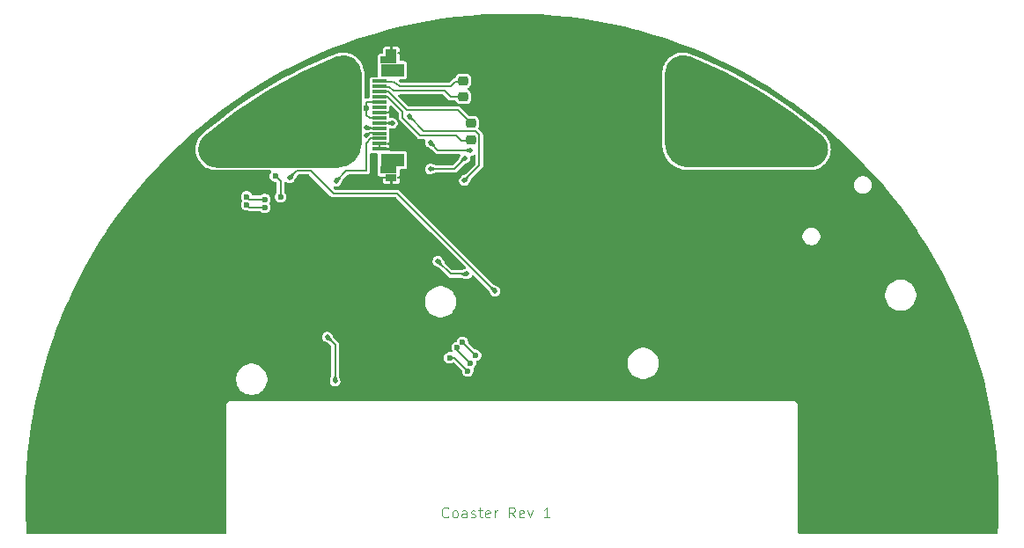
<source format=gbr>
%TF.GenerationSoftware,KiCad,Pcbnew,9.0.6-9.0.6~ubuntu24.04.1*%
%TF.CreationDate,2026-01-18T20:47:33+05:30*%
%TF.ProjectId,WeighingScalePCB,57656967-6869-46e6-9753-63616c655043,rev?*%
%TF.SameCoordinates,Original*%
%TF.FileFunction,Copper,L2,Bot*%
%TF.FilePolarity,Positive*%
%FSLAX46Y46*%
G04 Gerber Fmt 4.6, Leading zero omitted, Abs format (unit mm)*
G04 Created by KiCad (PCBNEW 9.0.6-9.0.6~ubuntu24.04.1) date 2026-01-18 20:47:33*
%MOMM*%
%LPD*%
G01*
G04 APERTURE LIST*
G04 Aperture macros list*
%AMRoundRect*
0 Rectangle with rounded corners*
0 $1 Rounding radius*
0 $2 $3 $4 $5 $6 $7 $8 $9 X,Y pos of 4 corners*
0 Add a 4 corners polygon primitive as box body*
4,1,4,$2,$3,$4,$5,$6,$7,$8,$9,$2,$3,0*
0 Add four circle primitives for the rounded corners*
1,1,$1+$1,$2,$3*
1,1,$1+$1,$4,$5*
1,1,$1+$1,$6,$7*
1,1,$1+$1,$8,$9*
0 Add four rect primitives between the rounded corners*
20,1,$1+$1,$2,$3,$4,$5,0*
20,1,$1+$1,$4,$5,$6,$7,0*
20,1,$1+$1,$6,$7,$8,$9,0*
20,1,$1+$1,$8,$9,$2,$3,0*%
G04 Aperture macros list end*
%ADD10C,0.100000*%
%TA.AperFunction,NonConductor*%
%ADD11C,0.100000*%
%TD*%
%TA.AperFunction,Conductor*%
%ADD12C,0.200000*%
%TD*%
%TA.AperFunction,EtchedComponent*%
%ADD13C,0.500000*%
%TD*%
%TA.AperFunction,EtchedComponent*%
%ADD14C,0.200000*%
%TD*%
%TA.AperFunction,SMDPad,CuDef*%
%ADD15R,1.200000X2.500000*%
%TD*%
%TA.AperFunction,SMDPad,CuDef*%
%ADD16R,1.400000X0.300000*%
%TD*%
%TA.AperFunction,SMDPad,CuDef*%
%ADD17R,1.100000X0.700000*%
%TD*%
%TA.AperFunction,SMDPad,CuDef*%
%ADD18R,1.600000X0.700000*%
%TD*%
%TA.AperFunction,SMDPad,CuDef*%
%ADD19R,2.300000X1.250000*%
%TD*%
%TA.AperFunction,SMDPad,CuDef*%
%ADD20RoundRect,0.225000X0.250000X-0.225000X0.250000X0.225000X-0.250000X0.225000X-0.250000X-0.225000X0*%
%TD*%
%TA.AperFunction,ViaPad*%
%ADD21C,0.500000*%
%TD*%
%TA.AperFunction,ViaPad*%
%ADD22C,0.600000*%
%TD*%
G04 APERTURE END LIST*
D10*
D11*
X140875312Y-85777180D02*
X140827693Y-85824800D01*
X140827693Y-85824800D02*
X140684836Y-85872419D01*
X140684836Y-85872419D02*
X140589598Y-85872419D01*
X140589598Y-85872419D02*
X140446741Y-85824800D01*
X140446741Y-85824800D02*
X140351503Y-85729561D01*
X140351503Y-85729561D02*
X140303884Y-85634323D01*
X140303884Y-85634323D02*
X140256265Y-85443847D01*
X140256265Y-85443847D02*
X140256265Y-85300990D01*
X140256265Y-85300990D02*
X140303884Y-85110514D01*
X140303884Y-85110514D02*
X140351503Y-85015276D01*
X140351503Y-85015276D02*
X140446741Y-84920038D01*
X140446741Y-84920038D02*
X140589598Y-84872419D01*
X140589598Y-84872419D02*
X140684836Y-84872419D01*
X140684836Y-84872419D02*
X140827693Y-84920038D01*
X140827693Y-84920038D02*
X140875312Y-84967657D01*
X141446741Y-85872419D02*
X141351503Y-85824800D01*
X141351503Y-85824800D02*
X141303884Y-85777180D01*
X141303884Y-85777180D02*
X141256265Y-85681942D01*
X141256265Y-85681942D02*
X141256265Y-85396228D01*
X141256265Y-85396228D02*
X141303884Y-85300990D01*
X141303884Y-85300990D02*
X141351503Y-85253371D01*
X141351503Y-85253371D02*
X141446741Y-85205752D01*
X141446741Y-85205752D02*
X141589598Y-85205752D01*
X141589598Y-85205752D02*
X141684836Y-85253371D01*
X141684836Y-85253371D02*
X141732455Y-85300990D01*
X141732455Y-85300990D02*
X141780074Y-85396228D01*
X141780074Y-85396228D02*
X141780074Y-85681942D01*
X141780074Y-85681942D02*
X141732455Y-85777180D01*
X141732455Y-85777180D02*
X141684836Y-85824800D01*
X141684836Y-85824800D02*
X141589598Y-85872419D01*
X141589598Y-85872419D02*
X141446741Y-85872419D01*
X142637217Y-85872419D02*
X142637217Y-85348609D01*
X142637217Y-85348609D02*
X142589598Y-85253371D01*
X142589598Y-85253371D02*
X142494360Y-85205752D01*
X142494360Y-85205752D02*
X142303884Y-85205752D01*
X142303884Y-85205752D02*
X142208646Y-85253371D01*
X142637217Y-85824800D02*
X142541979Y-85872419D01*
X142541979Y-85872419D02*
X142303884Y-85872419D01*
X142303884Y-85872419D02*
X142208646Y-85824800D01*
X142208646Y-85824800D02*
X142161027Y-85729561D01*
X142161027Y-85729561D02*
X142161027Y-85634323D01*
X142161027Y-85634323D02*
X142208646Y-85539085D01*
X142208646Y-85539085D02*
X142303884Y-85491466D01*
X142303884Y-85491466D02*
X142541979Y-85491466D01*
X142541979Y-85491466D02*
X142637217Y-85443847D01*
X143065789Y-85824800D02*
X143161027Y-85872419D01*
X143161027Y-85872419D02*
X143351503Y-85872419D01*
X143351503Y-85872419D02*
X143446741Y-85824800D01*
X143446741Y-85824800D02*
X143494360Y-85729561D01*
X143494360Y-85729561D02*
X143494360Y-85681942D01*
X143494360Y-85681942D02*
X143446741Y-85586704D01*
X143446741Y-85586704D02*
X143351503Y-85539085D01*
X143351503Y-85539085D02*
X143208646Y-85539085D01*
X143208646Y-85539085D02*
X143113408Y-85491466D01*
X143113408Y-85491466D02*
X143065789Y-85396228D01*
X143065789Y-85396228D02*
X143065789Y-85348609D01*
X143065789Y-85348609D02*
X143113408Y-85253371D01*
X143113408Y-85253371D02*
X143208646Y-85205752D01*
X143208646Y-85205752D02*
X143351503Y-85205752D01*
X143351503Y-85205752D02*
X143446741Y-85253371D01*
X143780075Y-85205752D02*
X144161027Y-85205752D01*
X143922932Y-84872419D02*
X143922932Y-85729561D01*
X143922932Y-85729561D02*
X143970551Y-85824800D01*
X143970551Y-85824800D02*
X144065789Y-85872419D01*
X144065789Y-85872419D02*
X144161027Y-85872419D01*
X144875313Y-85824800D02*
X144780075Y-85872419D01*
X144780075Y-85872419D02*
X144589599Y-85872419D01*
X144589599Y-85872419D02*
X144494361Y-85824800D01*
X144494361Y-85824800D02*
X144446742Y-85729561D01*
X144446742Y-85729561D02*
X144446742Y-85348609D01*
X144446742Y-85348609D02*
X144494361Y-85253371D01*
X144494361Y-85253371D02*
X144589599Y-85205752D01*
X144589599Y-85205752D02*
X144780075Y-85205752D01*
X144780075Y-85205752D02*
X144875313Y-85253371D01*
X144875313Y-85253371D02*
X144922932Y-85348609D01*
X144922932Y-85348609D02*
X144922932Y-85443847D01*
X144922932Y-85443847D02*
X144446742Y-85539085D01*
X145351504Y-85872419D02*
X145351504Y-85205752D01*
X145351504Y-85396228D02*
X145399123Y-85300990D01*
X145399123Y-85300990D02*
X145446742Y-85253371D01*
X145446742Y-85253371D02*
X145541980Y-85205752D01*
X145541980Y-85205752D02*
X145637218Y-85205752D01*
X147303885Y-85872419D02*
X146970552Y-85396228D01*
X146732457Y-85872419D02*
X146732457Y-84872419D01*
X146732457Y-84872419D02*
X147113409Y-84872419D01*
X147113409Y-84872419D02*
X147208647Y-84920038D01*
X147208647Y-84920038D02*
X147256266Y-84967657D01*
X147256266Y-84967657D02*
X147303885Y-85062895D01*
X147303885Y-85062895D02*
X147303885Y-85205752D01*
X147303885Y-85205752D02*
X147256266Y-85300990D01*
X147256266Y-85300990D02*
X147208647Y-85348609D01*
X147208647Y-85348609D02*
X147113409Y-85396228D01*
X147113409Y-85396228D02*
X146732457Y-85396228D01*
X148113409Y-85824800D02*
X148018171Y-85872419D01*
X148018171Y-85872419D02*
X147827695Y-85872419D01*
X147827695Y-85872419D02*
X147732457Y-85824800D01*
X147732457Y-85824800D02*
X147684838Y-85729561D01*
X147684838Y-85729561D02*
X147684838Y-85348609D01*
X147684838Y-85348609D02*
X147732457Y-85253371D01*
X147732457Y-85253371D02*
X147827695Y-85205752D01*
X147827695Y-85205752D02*
X148018171Y-85205752D01*
X148018171Y-85205752D02*
X148113409Y-85253371D01*
X148113409Y-85253371D02*
X148161028Y-85348609D01*
X148161028Y-85348609D02*
X148161028Y-85443847D01*
X148161028Y-85443847D02*
X147684838Y-85539085D01*
X148494362Y-85205752D02*
X148732457Y-85872419D01*
X148732457Y-85872419D02*
X148970552Y-85205752D01*
X150637219Y-85872419D02*
X150065791Y-85872419D01*
X150351505Y-85872419D02*
X150351505Y-84872419D01*
X150351505Y-84872419D02*
X150256267Y-85015276D01*
X150256267Y-85015276D02*
X150161029Y-85110514D01*
X150161029Y-85110514D02*
X150065791Y-85158133D01*
D12*
%TO.N,Net-(IC3-CS1)*%
X127035000Y-49340000D02*
X127035000Y-48000000D01*
%TO.N,/c12_1*%
X141575000Y-43900000D02*
X142345000Y-43900000D01*
%TO.N,Net-(IC3-CS1)*%
X127035000Y-48000000D02*
X126545000Y-48000000D01*
%TO.N,/c13_1*%
X135115000Y-44880000D02*
X135525000Y-45290000D01*
%TO.N,/c12_1*%
X141085000Y-44390000D02*
X141575000Y-43900000D01*
%TO.N,SDA*%
X134275000Y-48880000D02*
X133305000Y-48880000D01*
%TO.N,/c12_1*%
X135565000Y-43920000D02*
X135155000Y-43920000D01*
X136215000Y-44390000D02*
X135610000Y-43930000D01*
%TO.N,/c13_2*%
X141655000Y-49090000D02*
X142165000Y-49600000D01*
%TO.N,/c13_1*%
X134295000Y-44880000D02*
X135115000Y-44880000D01*
%TO.N,/c13_2*%
X134265000Y-45390000D02*
X135055000Y-45390000D01*
%TO.N,/c13_1*%
X135525000Y-45290000D02*
X136285000Y-46050000D01*
%TO.N,/c13_2*%
X142165000Y-49600000D02*
X143095000Y-49600000D01*
%TO.N,VCC*%
X133025000Y-46910000D02*
X133025000Y-46000000D01*
X134345000Y-47400000D02*
X133515000Y-47400000D01*
X134265000Y-45900000D02*
X133025000Y-45900000D01*
%TO.N,/c12_1*%
X136215000Y-44390000D02*
X141085000Y-44390000D01*
%TO.N,/c12_2*%
X134235000Y-44410000D02*
X135155000Y-44410000D01*
%TO.N,/c13_2*%
X135055000Y-45390000D02*
X135175000Y-45510000D01*
%TO.N,/c12_1*%
X135155000Y-43920000D02*
X134245000Y-43920000D01*
D13*
%TD*%
%TO.C,T2*%
X118587849Y-51933530D02*
X130286394Y-51933530D01*
D14*
%TO.C,T2*%
X126545000Y-46750000D02*
X123615477Y-44996551D01*
X126545000Y-49250000D02*
X117179290Y-50949260D01*
X127145000Y-46750000D02*
X131620582Y-41877317D01*
X127145000Y-48000000D02*
X131692885Y-51347747D01*
D13*
X132278673Y-49933522D02*
X132278673Y-43106698D01*
X117619290Y-49288168D02*
G75*
G02*
X130223809Y-41725131I29509275J-34895174D01*
G01*
X118587849Y-51933530D02*
G75*
G02*
X117619290Y-49288168I25J1500002D01*
G01*
X130223809Y-41725132D02*
G75*
G02*
X132278668Y-43106698I554836J-1393690D01*
G01*
X132278673Y-49933522D02*
G75*
G02*
X130286394Y-51933535I-2000028J0D01*
G01*
D14*
X131615622Y-41873960D02*
X131615634Y-41873968D01*
X132131805Y-42433522D01*
X132278673Y-50433522D01*
X130881805Y-51933522D01*
X118131805Y-51933530D01*
X117179290Y-50949260D01*
X117179290Y-50183522D01*
X117619290Y-49288168D01*
X120881805Y-46683522D01*
X125131805Y-44183522D01*
X128381805Y-42433522D01*
X130223811Y-41725132D01*
X131381805Y-41725132D01*
X131615622Y-41873960D01*
%TA.AperFunction,EtchedComponent*%
G36*
X131615622Y-41873960D02*
G01*
X131615634Y-41873968D01*
X132131805Y-42433522D01*
X132278673Y-50433522D01*
X130881805Y-51933522D01*
X118131805Y-51933530D01*
X117179290Y-50949260D01*
X117179290Y-50183522D01*
X117619290Y-49288168D01*
X120881805Y-46683522D01*
X125131805Y-44183522D01*
X128381805Y-42433522D01*
X130223811Y-41725132D01*
X131381805Y-41725132D01*
X131615622Y-41873960D01*
G37*
%TD.AperFunction*%
X131631805Y-41877317D02*
X131620582Y-41877317D01*
X131615634Y-41873968D01*
X131615622Y-41873955D01*
X131631805Y-41877317D01*
%TA.AperFunction,EtchedComponent*%
G36*
X131631805Y-41877317D02*
G01*
X131620582Y-41877317D01*
X131615634Y-41873968D01*
X131615622Y-41873955D01*
X131631805Y-41877317D01*
G37*
%TD.AperFunction*%
D13*
%TO.C,T1*%
X161962847Y-49923522D02*
X161962847Y-43096698D01*
D14*
X162170000Y-47240000D02*
X166420000Y-42990000D01*
X162420000Y-47240000D02*
X168670000Y-43990000D01*
X166420000Y-42990000D02*
X166670000Y-47740000D01*
X166670000Y-47740000D02*
X162420000Y-47240000D01*
X167170000Y-48240000D02*
X171170000Y-45490000D01*
X168170000Y-51990000D02*
X162170000Y-47240000D01*
X171170000Y-45490000D02*
X168170000Y-51990000D01*
D13*
X175653671Y-51923530D02*
X163955126Y-51923530D01*
X161962847Y-43096698D02*
G75*
G02*
X164017711Y-41715131I1500038J-12144D01*
G01*
X163955126Y-51923530D02*
G75*
G02*
X161962847Y-49923522I7743J2000007D01*
G01*
X164017711Y-41715132D02*
G75*
G02*
X176622230Y-49278168I-16904982J-42458594D01*
G01*
X176622230Y-49278168D02*
G75*
G02*
X175653671Y-51923530I-968544J-1145375D01*
G01*
D14*
X168773217Y-43966470D02*
X172773217Y-46216470D01*
X176725447Y-49254638D01*
X177165447Y-49884296D01*
X177165447Y-50915730D01*
X175756888Y-51899999D01*
X164058343Y-51900000D01*
X162649121Y-51311479D01*
X162649121Y-51311481D01*
X162273217Y-50716470D01*
X162023217Y-49216470D01*
X162066064Y-43073168D01*
X162066064Y-42466470D01*
X162523217Y-41966470D01*
X162729120Y-41840434D01*
X163011275Y-41691602D01*
X164120928Y-41691602D01*
X168773217Y-43966470D01*
%TA.AperFunction,EtchedComponent*%
G36*
X168773217Y-43966470D02*
G01*
X172773217Y-46216470D01*
X176725447Y-49254638D01*
X177165447Y-49884296D01*
X177165447Y-50915730D01*
X175756888Y-51899999D01*
X164058343Y-51900000D01*
X162649121Y-51311479D01*
X162649121Y-51311481D01*
X162273217Y-50716470D01*
X162023217Y-49216470D01*
X162066064Y-43073168D01*
X162066064Y-42466470D01*
X162523217Y-41966470D01*
X162729120Y-41840434D01*
X163011275Y-41691602D01*
X164120928Y-41691602D01*
X168773217Y-43966470D01*
G37*
%TD.AperFunction*%
%TD*%
D15*
%TO.P,T2,T2,Pad*%
%TO.N,Net-(IC3-CS1)*%
X126545000Y-48000000D03*
%TD*%
%TO.P,T1,T1,Pad*%
%TO.N,Net-(IC3-CS2)*%
X167170000Y-48490000D03*
%TD*%
D16*
%TO.P,J1,1,Pin_1*%
%TO.N,/c12_1*%
X134245000Y-43890000D03*
%TO.P,J1,2,Pin_2*%
%TO.N,/c12_2*%
X134245000Y-44390000D03*
%TO.P,J1,3,Pin_3*%
%TO.N,/c13_1*%
X134245000Y-44890000D03*
%TO.P,J1,4,Pin_4*%
%TO.N,/c13_2*%
X134245000Y-45390000D03*
%TO.P,J1,5,Pin_5*%
%TO.N,VCC*%
X134245000Y-45890000D03*
%TO.P,J1,6,Pin_6*%
%TO.N,unconnected-(J1-Pin_6-Pad6)*%
X134245000Y-46390000D03*
%TO.P,J1,7,Pin_7*%
%TO.N,GND*%
X134245000Y-46890000D03*
%TO.P,J1,8,Pin_8*%
%TO.N,VCC*%
X134245000Y-47390000D03*
%TO.P,J1,9,Pin_9*%
%TO.N,/d15*%
X134245000Y-47890000D03*
%TO.P,J1,10,Pin_10*%
%TO.N,SCL*%
X134245000Y-48390000D03*
%TO.P,J1,11,Pin_11*%
%TO.N,SDA*%
X134245000Y-48890000D03*
%TO.P,J1,12,Pin_12*%
%TO.N,/R5*%
X134245000Y-49390000D03*
%TO.P,J1,13,Pin_13*%
%TO.N,GND*%
X134245000Y-49890000D03*
%TO.P,J1,14,Pin_14*%
X134245000Y-50390000D03*
D17*
%TO.P,J1,15,MountPin*%
X135395000Y-53140000D03*
%TO.P,J1,16,MountPin*%
X135395000Y-41140000D03*
D18*
%TO.P,J1,17*%
%TO.N,N/C*%
X135145000Y-41840000D03*
D19*
%TO.P,J1,18*%
X135495000Y-42815000D03*
D18*
%TO.P,J1,19*%
X135145000Y-52440000D03*
D19*
%TO.P,J1,20*%
X135495000Y-51465000D03*
%TD*%
D20*
%TO.P,C12,1*%
%TO.N,/c12_2*%
X142325000Y-45385000D03*
%TO.P,C12,2*%
%TO.N,/c12_1*%
X142325000Y-43835000D03*
%TD*%
%TO.P,C13,1*%
%TO.N,/c13_2*%
X143095000Y-49485000D03*
%TO.P,C13,2*%
%TO.N,/c13_1*%
X143095000Y-47935000D03*
%TD*%
D21*
%TO.N,Net-(IC3-CS1)*%
X145370000Y-64080000D03*
X125630000Y-53180000D03*
X126560000Y-48050000D03*
%TO.N,Net-(IC3-CS2)*%
X167170000Y-48490000D03*
%TO.N,VCC*%
X129250000Y-68500000D03*
D22*
X142750000Y-71750000D03*
X121500000Y-55750000D03*
X143000000Y-71000000D03*
X143500000Y-70250000D03*
X133025000Y-46500000D03*
X141750000Y-69500000D03*
X124250000Y-53000000D03*
X123250000Y-56000000D03*
X124750000Y-55000000D03*
X141000000Y-70500000D03*
X123250000Y-55250000D03*
X142250000Y-69000000D03*
D21*
X130000000Y-72750000D03*
D22*
X121500000Y-55000000D03*
D21*
%TO.N,GND*%
X150110000Y-60220000D03*
X150770000Y-60860000D03*
X159170000Y-42440000D03*
X158920000Y-40130000D03*
X150690000Y-62070000D03*
X118140000Y-61370000D03*
X144440000Y-72750000D03*
X152500000Y-38820000D03*
X115390000Y-82250000D03*
X153310000Y-41480000D03*
X157880000Y-41490000D03*
X132750000Y-68130000D03*
X105010000Y-85040000D03*
X124190000Y-63610000D03*
X114220000Y-56050000D03*
X150690000Y-60260000D03*
X149530000Y-60250000D03*
X111475000Y-72645000D03*
X140410000Y-73130000D03*
X132320000Y-73590000D03*
X150770000Y-61540000D03*
X131240000Y-63660000D03*
X148950000Y-68810000D03*
X181730000Y-64890000D03*
X167330000Y-63680000D03*
X148920000Y-52780000D03*
X148070000Y-50720000D03*
X167150000Y-62600000D03*
X148490000Y-54640000D03*
X124500000Y-69750000D03*
X145280000Y-49600000D03*
X132185000Y-73460000D03*
X170300000Y-63150000D03*
X152700000Y-58650000D03*
X107310000Y-65800000D03*
X145290000Y-50710000D03*
X107350000Y-85050000D03*
X106920000Y-73980000D03*
X147310000Y-69690000D03*
X169890000Y-54790000D03*
X153140000Y-43030000D03*
X138427527Y-62226000D03*
X133230000Y-53560000D03*
X123010000Y-63710000D03*
X150290000Y-54520000D03*
X121710000Y-61620000D03*
X138160000Y-63930000D03*
%TO.N,/V_BAT*%
X142650000Y-62430000D03*
X139870000Y-61190000D03*
%TO.N,SCL*%
X132985000Y-48370000D03*
X142505000Y-51260000D03*
X139140000Y-52330000D03*
%TO.N,SDA*%
X139140000Y-49790000D03*
X132995000Y-49060000D03*
X143025000Y-50540000D03*
%TO.N,/d15*%
X135500000Y-47920000D03*
%TO.N,/enable*%
X137100000Y-47250000D03*
X142420000Y-53440000D03*
%TO.N,/R5*%
X130085000Y-53500000D03*
X130085000Y-53500000D03*
%TD*%
D12*
%TO.N,Net-(IC3-CS1)*%
X129831123Y-54680000D02*
X127635652Y-52484530D01*
X126325470Y-52484530D02*
X125630000Y-53180000D01*
X127635652Y-52484530D02*
X126325470Y-52484530D01*
X145370000Y-64080000D02*
X135970000Y-54680000D01*
X135970000Y-54680000D02*
X129831123Y-54680000D01*
%TO.N,VCC*%
X121750000Y-55250000D02*
X121500000Y-55000000D01*
X133515000Y-47400000D02*
X133303000Y-47400000D01*
X133303000Y-47400000D02*
X133025000Y-47122000D01*
X141500000Y-70500000D02*
X141000000Y-70500000D01*
X124750000Y-55000000D02*
X124750000Y-53500000D01*
X141750000Y-69750000D02*
X141750000Y-69500000D01*
X123250000Y-56000000D02*
X121750000Y-56000000D01*
X143000000Y-71000000D02*
X141750000Y-69750000D01*
X124750000Y-53500000D02*
X124250000Y-53000000D01*
X130000000Y-69250000D02*
X129250000Y-68500000D01*
X123250000Y-55250000D02*
X121750000Y-55250000D01*
X121750000Y-56000000D02*
X121500000Y-55750000D01*
X133025000Y-47122000D02*
X133025000Y-46910000D01*
X143500000Y-70250000D02*
X142250000Y-69000000D01*
X130000000Y-72750000D02*
X130000000Y-69250000D01*
X142750000Y-71750000D02*
X141500000Y-70500000D01*
%TO.N,GND*%
X135395000Y-53140000D02*
X133650000Y-53140000D01*
X134245000Y-46890000D02*
X134987900Y-46890000D01*
X115390000Y-82250000D02*
X115400000Y-82240000D01*
X133650000Y-53140000D02*
X133230000Y-53560000D01*
X134245000Y-49890000D02*
X134245000Y-50390000D01*
%TO.N,/V_BAT*%
X141110000Y-62430000D02*
X139870000Y-61190000D01*
X142650000Y-62430000D02*
X141110000Y-62430000D01*
%TO.N,SCL*%
X141435000Y-52330000D02*
X139140000Y-52330000D01*
X134245000Y-48390000D02*
X133005000Y-48390000D01*
X133005000Y-48390000D02*
X132985000Y-48370000D01*
X142505000Y-51260000D02*
X141435000Y-52330000D01*
%TO.N,SDA*%
X133305000Y-48880000D02*
X133125000Y-49060000D01*
X143025000Y-50540000D02*
X139890000Y-50540000D01*
X133125000Y-49060000D02*
X132995000Y-49060000D01*
X139890000Y-50540000D02*
X139140000Y-49790000D01*
%TO.N,/c12_2*%
X135212100Y-44410000D02*
X135155000Y-44410000D01*
X140541000Y-44791000D02*
X135593100Y-44791000D01*
X141135000Y-45385000D02*
X140541000Y-44791000D01*
X135593100Y-44791000D02*
X135212100Y-44410000D01*
X142325000Y-45385000D02*
X141135000Y-45385000D01*
%TO.N,/d15*%
X134275000Y-47920000D02*
X134245000Y-47890000D01*
X135500000Y-47920000D02*
X134275000Y-47920000D01*
%TO.N,/enable*%
X138536000Y-48686000D02*
X143521110Y-48686000D01*
X137100000Y-47250000D02*
X138536000Y-48686000D01*
X143521110Y-48686000D02*
X143871000Y-49035890D01*
X143871000Y-49035890D02*
X143871000Y-51989000D01*
X143871000Y-51989000D02*
X142420000Y-53440000D01*
%TO.N,/R5*%
X130085000Y-53500000D02*
X131085000Y-52500000D01*
X131085000Y-52500000D02*
X133000000Y-52500000D01*
X133444232Y-49390000D02*
X134245000Y-49390000D01*
X133000000Y-52500000D02*
X133000000Y-50250000D01*
X133006000Y-50244000D02*
X133006000Y-49828232D01*
X133000000Y-50250000D02*
X133006000Y-50244000D01*
X133006000Y-49828232D02*
X133444232Y-49390000D01*
%TO.N,/c13_1*%
X143095000Y-47935000D02*
X141809000Y-46649000D01*
X136884000Y-46649000D02*
X136285000Y-46050000D01*
X141809000Y-46649000D02*
X136884000Y-46649000D01*
%TO.N,/c13_2*%
X138160768Y-49090000D02*
X136500000Y-47429232D01*
X136500000Y-47429232D02*
X136500000Y-46750000D01*
X136500000Y-46750000D02*
X136415000Y-46750000D01*
X141655000Y-49090000D02*
X138160768Y-49090000D01*
X136415000Y-46750000D02*
X135175000Y-45510000D01*
%TD*%
%TA.AperFunction,Conductor*%
%TO.N,GND*%
G36*
X133650867Y-53280554D02*
G01*
X133437867Y-53698893D01*
X133229293Y-53560707D01*
X133091107Y-53352133D01*
X133509446Y-53139133D01*
X133650867Y-53280554D01*
G37*
%TD.AperFunction*%
%TD*%
%TA.AperFunction,Conductor*%
%TO.N,/enable*%
G36*
X142705454Y-53025141D02*
G01*
X142834858Y-53154545D01*
X142838285Y-53162818D01*
X142837011Y-53168127D01*
X142633819Y-53567202D01*
X142627012Y-53573019D01*
X142618084Y-53572319D01*
X142616931Y-53571647D01*
X142421273Y-53442018D01*
X142417981Y-53438726D01*
X142288352Y-53243068D01*
X142286640Y-53234279D01*
X142291644Y-53226852D01*
X142292783Y-53226187D01*
X142691875Y-53022987D01*
X142700800Y-53022288D01*
X142705454Y-53025141D01*
G37*
%TD.AperFunction*%
%TD*%
%TA.AperFunction,Conductor*%
%TO.N,VCC*%
G36*
X129463147Y-68371644D02*
G01*
X129463819Y-68372797D01*
X129529233Y-68501273D01*
X129667011Y-68771872D01*
X129667711Y-68780800D01*
X129664858Y-68785454D01*
X129535454Y-68914858D01*
X129527181Y-68918285D01*
X129521873Y-68917011D01*
X129122797Y-68713819D01*
X129116980Y-68707012D01*
X129117680Y-68698084D01*
X129118352Y-68696931D01*
X129247981Y-68501273D01*
X129251273Y-68497981D01*
X129440222Y-68372797D01*
X129446931Y-68368351D01*
X129455720Y-68366640D01*
X129463147Y-68371644D01*
G37*
%TD.AperFunction*%
%TD*%
%TA.AperFunction,Conductor*%
%TO.N,/V_BAT*%
G36*
X142597679Y-62189561D02*
G01*
X142603496Y-62196368D01*
X142603836Y-62197659D01*
X142650527Y-62427672D01*
X142650527Y-62432328D01*
X142603836Y-62662340D01*
X142598832Y-62669766D01*
X142590042Y-62671478D01*
X142588751Y-62671138D01*
X142162885Y-62532628D01*
X142156078Y-62526811D01*
X142154804Y-62521502D01*
X142154804Y-62338497D01*
X142158231Y-62330224D01*
X142162882Y-62327372D01*
X142588752Y-62188861D01*
X142597679Y-62189561D01*
G37*
%TD.AperFunction*%
%TD*%
%TA.AperFunction,Conductor*%
%TO.N,/enable*%
G36*
X137313147Y-47121644D02*
G01*
X137313819Y-47122797D01*
X137379233Y-47251273D01*
X137517011Y-47521872D01*
X137517711Y-47530800D01*
X137514858Y-47535454D01*
X137385454Y-47664858D01*
X137377181Y-47668285D01*
X137371873Y-47667011D01*
X136972797Y-47463819D01*
X136966980Y-47457012D01*
X136967680Y-47448084D01*
X136968352Y-47446931D01*
X137097981Y-47251273D01*
X137101273Y-47247981D01*
X137290222Y-47122797D01*
X137296931Y-47118351D01*
X137305720Y-47116640D01*
X137313147Y-47121644D01*
G37*
%TD.AperFunction*%
%TD*%
%TA.AperFunction,Conductor*%
%TO.N,GND*%
G36*
X148368377Y-37391450D02*
G01*
X148371925Y-37391553D01*
X149722338Y-37450253D01*
X149725936Y-37450461D01*
X151074128Y-37548243D01*
X151077641Y-37548549D01*
X152422430Y-37685327D01*
X152425924Y-37685733D01*
X153766247Y-37861402D01*
X153769759Y-37861914D01*
X155104343Y-38076305D01*
X155107894Y-38076929D01*
X156435689Y-38329870D01*
X156439180Y-38330587D01*
X157759158Y-38621885D01*
X157762644Y-38622708D01*
X158684710Y-38854385D01*
X159073573Y-38952091D01*
X159077099Y-38953032D01*
X159384769Y-39039881D01*
X160377927Y-39320232D01*
X160381331Y-39321246D01*
X161671005Y-39725966D01*
X161674416Y-39727091D01*
X162951856Y-40168994D01*
X162955246Y-40170222D01*
X164219332Y-40648924D01*
X164222681Y-40650248D01*
X165472321Y-41165328D01*
X165475664Y-41166763D01*
X166709906Y-41717830D01*
X166713185Y-41719352D01*
X167638238Y-42164933D01*
X167930925Y-42305915D01*
X167934187Y-42307545D01*
X169134420Y-42929116D01*
X169137580Y-42930810D01*
X170319392Y-43586920D01*
X170322504Y-43588707D01*
X171012912Y-43998595D01*
X171484773Y-44278734D01*
X171487883Y-44280642D01*
X172629665Y-45004022D01*
X172632719Y-45006020D01*
X173753048Y-45762140D01*
X173756043Y-45764225D01*
X174018356Y-45952543D01*
X174854037Y-46552491D01*
X174856921Y-46554624D01*
X175859820Y-47319579D01*
X175931663Y-47374377D01*
X175934529Y-47376629D01*
X176958773Y-48205859D01*
X176985047Y-48227130D01*
X176987849Y-48229467D01*
X178013274Y-49110009D01*
X178016008Y-49112426D01*
X178380796Y-49444500D01*
X179015554Y-50022335D01*
X179018178Y-50024794D01*
X179988511Y-50960905D01*
X179990939Y-50963247D01*
X179993515Y-50965805D01*
X180271985Y-51250476D01*
X180938687Y-51932026D01*
X180941201Y-51934671D01*
X181858005Y-52927860D01*
X181860441Y-52930577D01*
X182743400Y-53944500D01*
X182748090Y-53949885D01*
X182750433Y-53952656D01*
X182957356Y-54204647D01*
X183608213Y-54997263D01*
X183610487Y-55000116D01*
X184437637Y-56069093D01*
X184439828Y-56072011D01*
X185235673Y-57164484D01*
X185237779Y-57167464D01*
X186001682Y-58282563D01*
X186003700Y-58285603D01*
X186287314Y-58726463D01*
X186689985Y-59352390D01*
X186734962Y-59422303D01*
X186736892Y-59425400D01*
X187434950Y-60582829D01*
X187436789Y-60585980D01*
X188101045Y-61763147D01*
X188102792Y-61766351D01*
X188418545Y-62365838D01*
X188699953Y-62900118D01*
X188732681Y-62962254D01*
X188734334Y-62965507D01*
X189329310Y-64179105D01*
X189330869Y-64182404D01*
X189890480Y-65412781D01*
X189891942Y-65416124D01*
X190415675Y-66662150D01*
X190417040Y-66665534D01*
X190904471Y-67926197D01*
X190905738Y-67929619D01*
X191356469Y-69203895D01*
X191357636Y-69207352D01*
X191771285Y-70494154D01*
X191772351Y-70497644D01*
X192148552Y-71795846D01*
X192149517Y-71799365D01*
X192397132Y-72756708D01*
X192475780Y-73060785D01*
X192487981Y-73107955D01*
X192488840Y-73111489D01*
X192587228Y-73543068D01*
X192789261Y-74429294D01*
X192790021Y-74432863D01*
X193052170Y-75758879D01*
X193052825Y-75762469D01*
X193276453Y-77095429D01*
X193277005Y-77099036D01*
X193461948Y-78437966D01*
X193462395Y-78441587D01*
X193608490Y-79785302D01*
X193608832Y-79788935D01*
X193715957Y-81136338D01*
X193716193Y-81139979D01*
X193784257Y-82489880D01*
X193784388Y-82493527D01*
X193813335Y-83844861D01*
X193813360Y-83848509D01*
X193803165Y-85200082D01*
X193803085Y-85203730D01*
X193753757Y-86554475D01*
X193753571Y-86558119D01*
X193702944Y-87330389D01*
X193678529Y-87397056D01*
X193621947Y-87439939D01*
X193577214Y-87448147D01*
X174641501Y-87448147D01*
X174573380Y-87428145D01*
X174526887Y-87374489D01*
X174515501Y-87322147D01*
X174515501Y-75105462D01*
X174490471Y-75012047D01*
X174481393Y-74978167D01*
X174415501Y-74864039D01*
X174415499Y-74864037D01*
X174415495Y-74864032D01*
X174322321Y-74770858D01*
X174322311Y-74770850D01*
X174208191Y-74704963D01*
X174208188Y-74704962D01*
X174208187Y-74704961D01*
X174208185Y-74704960D01*
X174208184Y-74704960D01*
X174174074Y-74695820D01*
X174080893Y-74670853D01*
X120080892Y-74670853D01*
X119949108Y-74670853D01*
X119880894Y-74689130D01*
X119821816Y-74704960D01*
X119821809Y-74704963D01*
X119707689Y-74770850D01*
X119707679Y-74770858D01*
X119614505Y-74864032D01*
X119614497Y-74864042D01*
X119548610Y-74978162D01*
X119548607Y-74978169D01*
X119514500Y-75105462D01*
X119514500Y-87322147D01*
X119494498Y-87390268D01*
X119440842Y-87436761D01*
X119388500Y-87448147D01*
X100452788Y-87448147D01*
X100384667Y-87428145D01*
X100338174Y-87374489D01*
X100327058Y-87330390D01*
X100276430Y-86558120D01*
X100276244Y-86554475D01*
X100253586Y-85934045D01*
X100226915Y-85203720D01*
X100226836Y-85200082D01*
X100216641Y-83848451D01*
X100216665Y-83844919D01*
X100245615Y-82493461D01*
X100245741Y-82489946D01*
X100313809Y-81139956D01*
X100314044Y-81136338D01*
X100421174Y-79788876D01*
X100421505Y-79785362D01*
X100567610Y-78441550D01*
X100568048Y-78438004D01*
X100753000Y-77099004D01*
X100753548Y-77095429D01*
X100977176Y-75762469D01*
X100977831Y-75758879D01*
X100995036Y-75671853D01*
X101239992Y-74432805D01*
X101240727Y-74429353D01*
X101541176Y-73111423D01*
X101542001Y-73108031D01*
X101712854Y-72447466D01*
X120468517Y-72447466D01*
X120468517Y-72500360D01*
X120468517Y-72683650D01*
X120505464Y-72916926D01*
X120578449Y-73141550D01*
X120618482Y-73220119D01*
X120685676Y-73351994D01*
X120824501Y-73543070D01*
X120991504Y-73710073D01*
X120991507Y-73710075D01*
X121182584Y-73848901D01*
X121393025Y-73956126D01*
X121617649Y-74029111D01*
X121850925Y-74066058D01*
X121850928Y-74066058D01*
X122087106Y-74066058D01*
X122087109Y-74066058D01*
X122320385Y-74029111D01*
X122545009Y-73956126D01*
X122755450Y-73848901D01*
X122946527Y-73710075D01*
X123113534Y-73543068D01*
X123252360Y-73351991D01*
X123359585Y-73141550D01*
X123432570Y-72916926D01*
X123469517Y-72683650D01*
X123469517Y-72447466D01*
X123432570Y-72214190D01*
X123359585Y-71989566D01*
X123252360Y-71779125D01*
X123113534Y-71588048D01*
X123113532Y-71588045D01*
X122946529Y-71421042D01*
X122755453Y-71282217D01*
X122755452Y-71282216D01*
X122755450Y-71282215D01*
X122545009Y-71174990D01*
X122320385Y-71102005D01*
X122087109Y-71065058D01*
X121850925Y-71065058D01*
X121617649Y-71102005D01*
X121617646Y-71102005D01*
X121617645Y-71102006D01*
X121393025Y-71174990D01*
X121393023Y-71174991D01*
X121182580Y-71282217D01*
X120991504Y-71421042D01*
X120824501Y-71588045D01*
X120685676Y-71779121D01*
X120578450Y-71989564D01*
X120578449Y-71989566D01*
X120517121Y-72178315D01*
X120505464Y-72214190D01*
X120468517Y-72447466D01*
X101712854Y-72447466D01*
X101880489Y-71799345D01*
X101881449Y-71795846D01*
X101895016Y-71749029D01*
X102257665Y-70497591D01*
X102258700Y-70494205D01*
X102672369Y-69207339D01*
X102673532Y-69203895D01*
X102689225Y-69159529D01*
X102899018Y-68566417D01*
X128745499Y-68566417D01*
X128779881Y-68694730D01*
X128846297Y-68809766D01*
X128846305Y-68809776D01*
X128940223Y-68903694D01*
X128940228Y-68903698D01*
X128940230Y-68903700D01*
X128940231Y-68903701D01*
X128940233Y-68903702D01*
X128978465Y-68925775D01*
X128993441Y-68935921D01*
X129005051Y-68945068D01*
X129005054Y-68945070D01*
X129335204Y-69113168D01*
X129371649Y-69131724D01*
X129403574Y-69154913D01*
X129608595Y-69359934D01*
X129642621Y-69422246D01*
X129645500Y-69449029D01*
X129645500Y-72178315D01*
X129639322Y-72217286D01*
X129512085Y-72608489D01*
X129507855Y-72622895D01*
X129507526Y-72624148D01*
X129504211Y-72638399D01*
X129503390Y-72645432D01*
X129502831Y-72645366D01*
X129499933Y-72667033D01*
X129495500Y-72683575D01*
X129495500Y-72816417D01*
X129495499Y-72816417D01*
X129529881Y-72944730D01*
X129596297Y-73059766D01*
X129596305Y-73059776D01*
X129690223Y-73153694D01*
X129690228Y-73153698D01*
X129690230Y-73153700D01*
X129805270Y-73220119D01*
X129933581Y-73254500D01*
X129933583Y-73254500D01*
X130066417Y-73254500D01*
X130066419Y-73254500D01*
X130194730Y-73220119D01*
X130309770Y-73153700D01*
X130403700Y-73059770D01*
X130470119Y-72944730D01*
X130504500Y-72816419D01*
X130504500Y-72683581D01*
X130493068Y-72640919D01*
X130489655Y-72623169D01*
X130487914Y-72608489D01*
X130360678Y-72217286D01*
X130354500Y-72178315D01*
X130354500Y-70426999D01*
X140445500Y-70426999D01*
X140445500Y-70573001D01*
X140450180Y-70590467D01*
X140483289Y-70714033D01*
X140556286Y-70840467D01*
X140556294Y-70840477D01*
X140659522Y-70943705D01*
X140659527Y-70943709D01*
X140659529Y-70943711D01*
X140659530Y-70943712D01*
X140659532Y-70943713D01*
X140785966Y-71016710D01*
X140785968Y-71016710D01*
X140785971Y-71016712D01*
X140926999Y-71054500D01*
X140927001Y-71054500D01*
X141072999Y-71054500D01*
X141073001Y-71054500D01*
X141214029Y-71016712D01*
X141214032Y-71016710D01*
X141214033Y-71016710D01*
X141321344Y-70954754D01*
X141390339Y-70938016D01*
X141457431Y-70961236D01*
X141473439Y-70974778D01*
X142158595Y-71659934D01*
X142192621Y-71722246D01*
X142195500Y-71749029D01*
X142195500Y-71823001D01*
X142228824Y-71947372D01*
X142233289Y-71964033D01*
X142306286Y-72090467D01*
X142306294Y-72090477D01*
X142409522Y-72193705D01*
X142409527Y-72193709D01*
X142409529Y-72193711D01*
X142409530Y-72193712D01*
X142409532Y-72193713D01*
X142535966Y-72266710D01*
X142535968Y-72266710D01*
X142535971Y-72266712D01*
X142676999Y-72304500D01*
X142677001Y-72304500D01*
X142822999Y-72304500D01*
X142823001Y-72304500D01*
X142964029Y-72266712D01*
X142964032Y-72266710D01*
X142964033Y-72266710D01*
X143055007Y-72214186D01*
X143090471Y-72193711D01*
X143193711Y-72090471D01*
X143251968Y-71989566D01*
X143266710Y-71964033D01*
X143266710Y-71964032D01*
X143266712Y-71964029D01*
X143304500Y-71823001D01*
X143304500Y-71676999D01*
X143280207Y-71586335D01*
X143281897Y-71515363D01*
X143321691Y-71456567D01*
X143338910Y-71444612D01*
X143340471Y-71443711D01*
X143443711Y-71340471D01*
X143516712Y-71214029D01*
X143554500Y-71073001D01*
X143554500Y-70926999D01*
X143554497Y-70926991D01*
X143554284Y-70925368D01*
X143554281Y-70925340D01*
X143553973Y-70922998D01*
X143554500Y-70919621D01*
X143554500Y-70918741D01*
X143554637Y-70918741D01*
X143555399Y-70913862D01*
X158111539Y-70913862D01*
X158111539Y-70966756D01*
X158111539Y-71150046D01*
X158148486Y-71383322D01*
X158221471Y-71607946D01*
X158319004Y-71799365D01*
X158328698Y-71818390D01*
X158467523Y-72009466D01*
X158634526Y-72176469D01*
X158690706Y-72217286D01*
X158825606Y-72315297D01*
X159036047Y-72422522D01*
X159260671Y-72495507D01*
X159493947Y-72532454D01*
X159493950Y-72532454D01*
X159730128Y-72532454D01*
X159730131Y-72532454D01*
X159963407Y-72495507D01*
X160188031Y-72422522D01*
X160398472Y-72315297D01*
X160589549Y-72176471D01*
X160756556Y-72009464D01*
X160895382Y-71818387D01*
X161002607Y-71607946D01*
X161075592Y-71383322D01*
X161112539Y-71150046D01*
X161112539Y-70913862D01*
X161075592Y-70680586D01*
X161002607Y-70455962D01*
X160895382Y-70245521D01*
X160757900Y-70056294D01*
X160756554Y-70054441D01*
X160589551Y-69887438D01*
X160398475Y-69748613D01*
X160398474Y-69748612D01*
X160398472Y-69748611D01*
X160188031Y-69641386D01*
X159963407Y-69568401D01*
X159730131Y-69531454D01*
X159493947Y-69531454D01*
X159260671Y-69568401D01*
X159260668Y-69568401D01*
X159260667Y-69568402D01*
X159036047Y-69641386D01*
X159036045Y-69641387D01*
X158825602Y-69748613D01*
X158634526Y-69887438D01*
X158467523Y-70054441D01*
X158328698Y-70245517D01*
X158221472Y-70455960D01*
X158221471Y-70455962D01*
X158177768Y-70590467D01*
X158148486Y-70680586D01*
X158111539Y-70913862D01*
X143555399Y-70913862D01*
X143564922Y-70852851D01*
X143612057Y-70799759D01*
X143646279Y-70784865D01*
X143714029Y-70766712D01*
X143840471Y-70693711D01*
X143943711Y-70590471D01*
X143980211Y-70527250D01*
X144016710Y-70464033D01*
X144016710Y-70464032D01*
X144016712Y-70464029D01*
X144054500Y-70323001D01*
X144054500Y-70176999D01*
X144016712Y-70035971D01*
X144016710Y-70035968D01*
X144016710Y-70035966D01*
X143943713Y-69909532D01*
X143943705Y-69909522D01*
X143840477Y-69806294D01*
X143840467Y-69806286D01*
X143714033Y-69733289D01*
X143697372Y-69728824D01*
X143573001Y-69695500D01*
X143572999Y-69695500D01*
X143499029Y-69695500D01*
X143430908Y-69675498D01*
X143409934Y-69658595D01*
X142841405Y-69090066D01*
X142807379Y-69027754D01*
X142804500Y-69000971D01*
X142804500Y-68927000D01*
X142804172Y-68925775D01*
X142766712Y-68785971D01*
X142766710Y-68785968D01*
X142766710Y-68785966D01*
X142693713Y-68659532D01*
X142693705Y-68659522D01*
X142590477Y-68556294D01*
X142590467Y-68556286D01*
X142464033Y-68483289D01*
X142447372Y-68478824D01*
X142323001Y-68445500D01*
X142176999Y-68445500D01*
X142090686Y-68468627D01*
X142035966Y-68483289D01*
X141909532Y-68556286D01*
X141909522Y-68556294D01*
X141806294Y-68659522D01*
X141806286Y-68659532D01*
X141733288Y-68785969D01*
X141710417Y-68871323D01*
X141673465Y-68931946D01*
X141621323Y-68960417D01*
X141535969Y-68983288D01*
X141409532Y-69056286D01*
X141409522Y-69056294D01*
X141306294Y-69159522D01*
X141306286Y-69159532D01*
X141233289Y-69285966D01*
X141233288Y-69285971D01*
X141195500Y-69426999D01*
X141195500Y-69573001D01*
X141233288Y-69714029D01*
X141268624Y-69775233D01*
X141285362Y-69844227D01*
X141262142Y-69911319D01*
X141206335Y-69955207D01*
X141135660Y-69961956D01*
X141126896Y-69959940D01*
X141073003Y-69945500D01*
X141073001Y-69945500D01*
X140926999Y-69945500D01*
X140873108Y-69959940D01*
X140785966Y-69983289D01*
X140659532Y-70056286D01*
X140659522Y-70056294D01*
X140556294Y-70159522D01*
X140556286Y-70159532D01*
X140483289Y-70285966D01*
X140483288Y-70285971D01*
X140445500Y-70426999D01*
X130354500Y-70426999D01*
X130354500Y-69203329D01*
X130354499Y-69203325D01*
X130342764Y-69159532D01*
X130330341Y-69113168D01*
X130297505Y-69056294D01*
X130283673Y-69032335D01*
X130283669Y-69032330D01*
X130252310Y-69000971D01*
X130217668Y-68966329D01*
X129904914Y-68653575D01*
X129881726Y-68621650D01*
X129695083Y-68255079D01*
X129695078Y-68255071D01*
X129695070Y-68255054D01*
X129688019Y-68242127D01*
X129688017Y-68242124D01*
X129688008Y-68242107D01*
X129687344Y-68240969D01*
X129679467Y-68228306D01*
X129675064Y-68222737D01*
X129675507Y-68222386D01*
X129662248Y-68205035D01*
X129653702Y-68190233D01*
X129653694Y-68190223D01*
X129559776Y-68096305D01*
X129559766Y-68096297D01*
X129444730Y-68029881D01*
X129316419Y-67995500D01*
X129183581Y-67995500D01*
X129098040Y-68018420D01*
X129055269Y-68029881D01*
X128940233Y-68096297D01*
X128940223Y-68096305D01*
X128846305Y-68190223D01*
X128846297Y-68190233D01*
X128779881Y-68305269D01*
X128779881Y-68305270D01*
X128758972Y-68383305D01*
X128745500Y-68433582D01*
X128745500Y-68566417D01*
X128745499Y-68566417D01*
X102899018Y-68566417D01*
X103124276Y-67929581D01*
X103125515Y-67926236D01*
X103612974Y-66665501D01*
X103614312Y-66662183D01*
X104138073Y-65416091D01*
X104139507Y-65412812D01*
X104334879Y-64983262D01*
X138631341Y-64983262D01*
X138631341Y-65036156D01*
X138631341Y-65219446D01*
X138668288Y-65452722D01*
X138741273Y-65677346D01*
X138839358Y-65869848D01*
X138848500Y-65887790D01*
X138987325Y-66078866D01*
X139154328Y-66245869D01*
X139154331Y-66245871D01*
X139345408Y-66384697D01*
X139555849Y-66491922D01*
X139780473Y-66564907D01*
X140013749Y-66601854D01*
X140013752Y-66601854D01*
X140249930Y-66601854D01*
X140249933Y-66601854D01*
X140483209Y-66564907D01*
X140707833Y-66491922D01*
X140918274Y-66384697D01*
X141109351Y-66245871D01*
X141276358Y-66078864D01*
X141415184Y-65887787D01*
X141522409Y-65677346D01*
X141595394Y-65452722D01*
X141632341Y-65219446D01*
X141632341Y-64983262D01*
X141595394Y-64749986D01*
X141522409Y-64525362D01*
X141415184Y-64314921D01*
X141367550Y-64249359D01*
X141276356Y-64123841D01*
X141109353Y-63956838D01*
X140918277Y-63818013D01*
X140918276Y-63818012D01*
X140918274Y-63818011D01*
X140707833Y-63710786D01*
X140483209Y-63637801D01*
X140249933Y-63600854D01*
X140013749Y-63600854D01*
X139780473Y-63637801D01*
X139780470Y-63637801D01*
X139780469Y-63637802D01*
X139555849Y-63710786D01*
X139555847Y-63710787D01*
X139345404Y-63818013D01*
X139154328Y-63956838D01*
X138987325Y-64123841D01*
X138848500Y-64314917D01*
X138836804Y-64337872D01*
X138741273Y-64525362D01*
X138668288Y-64749986D01*
X138631341Y-64983262D01*
X104334879Y-64983262D01*
X104699155Y-64182353D01*
X104700666Y-64179156D01*
X105295699Y-62965443D01*
X105297288Y-62962315D01*
X105927229Y-61766314D01*
X105928936Y-61763183D01*
X106593238Y-60585935D01*
X106595024Y-60582874D01*
X107293145Y-59425341D01*
X107295001Y-59422363D01*
X108026326Y-58285564D01*
X108028294Y-58282600D01*
X108792261Y-57167407D01*
X108794287Y-57164541D01*
X109590198Y-56071976D01*
X109592338Y-56069127D01*
X110419522Y-55000105D01*
X110421788Y-54997263D01*
X110479485Y-54926999D01*
X120945500Y-54926999D01*
X120945500Y-55073001D01*
X120968651Y-55159402D01*
X120983289Y-55214032D01*
X121039851Y-55312001D01*
X121056588Y-55380996D01*
X121039851Y-55437999D01*
X120983289Y-55535967D01*
X120983288Y-55535971D01*
X120945500Y-55676999D01*
X120945500Y-55823001D01*
X120973366Y-55926999D01*
X120983289Y-55964033D01*
X121056286Y-56090467D01*
X121056294Y-56090477D01*
X121159522Y-56193705D01*
X121159527Y-56193709D01*
X121159529Y-56193711D01*
X121159530Y-56193712D01*
X121159532Y-56193713D01*
X121285966Y-56266710D01*
X121285968Y-56266710D01*
X121285971Y-56266712D01*
X121426999Y-56304500D01*
X121534649Y-56304500D01*
X121550382Y-56308715D01*
X121564345Y-56308049D01*
X121597640Y-56321376D01*
X121601621Y-56323674D01*
X121601628Y-56323682D01*
X121601630Y-56323680D01*
X121613162Y-56330338D01*
X121613164Y-56330339D01*
X121613168Y-56330341D01*
X121613171Y-56330341D01*
X121613174Y-56330343D01*
X121703325Y-56354499D01*
X121703329Y-56354500D01*
X121796671Y-56354500D01*
X122768128Y-56354500D01*
X122836249Y-56374502D01*
X122857218Y-56391400D01*
X122909529Y-56443711D01*
X122909530Y-56443712D01*
X122909532Y-56443713D01*
X123035966Y-56516710D01*
X123035968Y-56516710D01*
X123035971Y-56516712D01*
X123176999Y-56554500D01*
X123177001Y-56554500D01*
X123322999Y-56554500D01*
X123323001Y-56554500D01*
X123464029Y-56516712D01*
X123464032Y-56516710D01*
X123464033Y-56516710D01*
X123527250Y-56480211D01*
X123590471Y-56443711D01*
X123693711Y-56340471D01*
X123766712Y-56214029D01*
X123804500Y-56073001D01*
X123804500Y-55926999D01*
X123766712Y-55785971D01*
X123766710Y-55785968D01*
X123766710Y-55785966D01*
X123710149Y-55688000D01*
X123693411Y-55619005D01*
X123710149Y-55562000D01*
X123766710Y-55464033D01*
X123766710Y-55464032D01*
X123766712Y-55464029D01*
X123804500Y-55323001D01*
X123804500Y-55176999D01*
X123766712Y-55035971D01*
X123766710Y-55035968D01*
X123766710Y-55035966D01*
X123693713Y-54909532D01*
X123693705Y-54909522D01*
X123590477Y-54806294D01*
X123590467Y-54806286D01*
X123464033Y-54733289D01*
X123447372Y-54728824D01*
X123323001Y-54695500D01*
X123176999Y-54695500D01*
X123090686Y-54718627D01*
X123035966Y-54733289D01*
X122909532Y-54806286D01*
X122909527Y-54806290D01*
X122893976Y-54821842D01*
X122857221Y-54858596D01*
X122794912Y-54892620D01*
X122768128Y-54895500D01*
X122142743Y-54895500D01*
X122074622Y-54875498D01*
X122028129Y-54821842D01*
X122021038Y-54802118D01*
X122016712Y-54785971D01*
X122016710Y-54785968D01*
X122016710Y-54785966D01*
X121943713Y-54659532D01*
X121943705Y-54659522D01*
X121840477Y-54556294D01*
X121840467Y-54556286D01*
X121714033Y-54483289D01*
X121697372Y-54478824D01*
X121573001Y-54445500D01*
X121426999Y-54445500D01*
X121340686Y-54468627D01*
X121285966Y-54483289D01*
X121159532Y-54556286D01*
X121159522Y-54556294D01*
X121056294Y-54659522D01*
X121056286Y-54659532D01*
X120983289Y-54785966D01*
X120973676Y-54821842D01*
X120945500Y-54926999D01*
X110479485Y-54926999D01*
X111279601Y-53952615D01*
X111281864Y-53949940D01*
X112169594Y-52930538D01*
X112171961Y-52927898D01*
X113088812Y-51934657D01*
X113091314Y-51932026D01*
X114036520Y-50965770D01*
X114039014Y-50963294D01*
X114562879Y-50457905D01*
X116578833Y-50457905D01*
X116578834Y-50457915D01*
X116600557Y-50729149D01*
X116656538Y-50984952D01*
X116658729Y-50994961D01*
X116676867Y-51044500D01*
X116752283Y-51250477D01*
X116831077Y-51399449D01*
X116879503Y-51491007D01*
X117038057Y-51712142D01*
X117038058Y-51712143D01*
X117225034Y-51909826D01*
X117433333Y-52077475D01*
X117437010Y-52080434D01*
X117617741Y-52189301D01*
X117670092Y-52220836D01*
X117670096Y-52220838D01*
X117750616Y-52255512D01*
X117920008Y-52328457D01*
X117920011Y-52328458D01*
X117920014Y-52328459D01*
X118182173Y-52401323D01*
X118208269Y-52404882D01*
X118451780Y-52438098D01*
X118587832Y-52438030D01*
X118654250Y-52438032D01*
X118654257Y-52438030D01*
X123723597Y-52438030D01*
X123791718Y-52458032D01*
X123838211Y-52511688D01*
X123848315Y-52581962D01*
X123818821Y-52646542D01*
X123812692Y-52653125D01*
X123806294Y-52659522D01*
X123806286Y-52659532D01*
X123733289Y-52785966D01*
X123717448Y-52845087D01*
X123695500Y-52926999D01*
X123695500Y-53073001D01*
X123718606Y-53159235D01*
X123733289Y-53214033D01*
X123806286Y-53340467D01*
X123806294Y-53340477D01*
X123909522Y-53443705D01*
X123909527Y-53443709D01*
X123909529Y-53443711D01*
X123909530Y-53443712D01*
X123909532Y-53443713D01*
X124035966Y-53516710D01*
X124035968Y-53516710D01*
X124035971Y-53516712D01*
X124176999Y-53554500D01*
X124250971Y-53554500D01*
X124280886Y-53563283D01*
X124311356Y-53569912D01*
X124316451Y-53573726D01*
X124319092Y-53574502D01*
X124340066Y-53591405D01*
X124358595Y-53609934D01*
X124392621Y-53672246D01*
X124395500Y-53699029D01*
X124395500Y-54518127D01*
X124375498Y-54586248D01*
X124358595Y-54607222D01*
X124306294Y-54659522D01*
X124306286Y-54659532D01*
X124233289Y-54785966D01*
X124223676Y-54821842D01*
X124195500Y-54926999D01*
X124195500Y-55073001D01*
X124218651Y-55159402D01*
X124233289Y-55214033D01*
X124306286Y-55340467D01*
X124306294Y-55340477D01*
X124409522Y-55443705D01*
X124409527Y-55443709D01*
X124409529Y-55443711D01*
X124409530Y-55443712D01*
X124409532Y-55443713D01*
X124535966Y-55516710D01*
X124535968Y-55516710D01*
X124535971Y-55516712D01*
X124676999Y-55554500D01*
X124677001Y-55554500D01*
X124822999Y-55554500D01*
X124823001Y-55554500D01*
X124964029Y-55516712D01*
X124964032Y-55516710D01*
X124964033Y-55516710D01*
X125055279Y-55464029D01*
X125090471Y-55443711D01*
X125193711Y-55340471D01*
X125266712Y-55214029D01*
X125304500Y-55073001D01*
X125304500Y-54926999D01*
X125266712Y-54785971D01*
X125266710Y-54785968D01*
X125266710Y-54785966D01*
X125193713Y-54659532D01*
X125193705Y-54659522D01*
X125141405Y-54607222D01*
X125107379Y-54544910D01*
X125104500Y-54518127D01*
X125104500Y-53672161D01*
X125124502Y-53604040D01*
X125178158Y-53557547D01*
X125248432Y-53547443D01*
X125313012Y-53576937D01*
X125319595Y-53583066D01*
X125320223Y-53583694D01*
X125320228Y-53583698D01*
X125320230Y-53583700D01*
X125320231Y-53583701D01*
X125320233Y-53583702D01*
X125364865Y-53609470D01*
X125435270Y-53650119D01*
X125563581Y-53684500D01*
X125563583Y-53684500D01*
X125696417Y-53684500D01*
X125696419Y-53684500D01*
X125824730Y-53650119D01*
X125939770Y-53583700D01*
X126033700Y-53489770D01*
X126055779Y-53451526D01*
X126065930Y-53436545D01*
X126068265Y-53433582D01*
X126075070Y-53424945D01*
X126261725Y-53058347D01*
X126263145Y-53056391D01*
X126263419Y-53055136D01*
X126284907Y-53026430D01*
X126435405Y-52875934D01*
X126497718Y-52841909D01*
X126524500Y-52839030D01*
X127436623Y-52839030D01*
X127504744Y-52859032D01*
X127525717Y-52875934D01*
X129547452Y-54897668D01*
X129613455Y-54963671D01*
X129613456Y-54963672D01*
X129613458Y-54963673D01*
X129694289Y-55010340D01*
X129694291Y-55010341D01*
X129784452Y-55034500D01*
X135770971Y-55034500D01*
X135839092Y-55054502D01*
X135860066Y-55071405D01*
X139196027Y-58407366D01*
X142530857Y-61742195D01*
X142564883Y-61804507D01*
X142559818Y-61875322D01*
X142517271Y-61932158D01*
X142480733Y-61951112D01*
X142117283Y-62069322D01*
X142078312Y-62075500D01*
X141309029Y-62075500D01*
X141240908Y-62055498D01*
X141219934Y-62038595D01*
X140524914Y-61343575D01*
X140501726Y-61311650D01*
X140315083Y-60945079D01*
X140315078Y-60945071D01*
X140315070Y-60945054D01*
X140308019Y-60932127D01*
X140308017Y-60932124D01*
X140308008Y-60932107D01*
X140307344Y-60930969D01*
X140299467Y-60918306D01*
X140295064Y-60912737D01*
X140295507Y-60912386D01*
X140282248Y-60895035D01*
X140273702Y-60880233D01*
X140273694Y-60880223D01*
X140179776Y-60786305D01*
X140179766Y-60786297D01*
X140064730Y-60719881D01*
X139936419Y-60685500D01*
X139803581Y-60685500D01*
X139718040Y-60708420D01*
X139675269Y-60719881D01*
X139560233Y-60786297D01*
X139560223Y-60786305D01*
X139466305Y-60880223D01*
X139466297Y-60880233D01*
X139399881Y-60995269D01*
X139365500Y-61123582D01*
X139365500Y-61256417D01*
X139365499Y-61256417D01*
X139399881Y-61384730D01*
X139466297Y-61499766D01*
X139466305Y-61499776D01*
X139560223Y-61593694D01*
X139560228Y-61593698D01*
X139560230Y-61593700D01*
X139560231Y-61593701D01*
X139560233Y-61593702D01*
X139598465Y-61615775D01*
X139613441Y-61625921D01*
X139625051Y-61635068D01*
X139625054Y-61635070D01*
X139957834Y-61804507D01*
X139991649Y-61821724D01*
X140023574Y-61844913D01*
X140826329Y-62647668D01*
X140892332Y-62713671D01*
X140892333Y-62713672D01*
X140892335Y-62713673D01*
X140973166Y-62760340D01*
X140973168Y-62760341D01*
X141063329Y-62784500D01*
X142078315Y-62784500D01*
X142117286Y-62790678D01*
X142508489Y-62917914D01*
X142522662Y-62922081D01*
X142522671Y-62922083D01*
X142522680Y-62922086D01*
X142523968Y-62922425D01*
X142538400Y-62925788D01*
X142545449Y-62926613D01*
X142545383Y-62927173D01*
X142567033Y-62930066D01*
X142583581Y-62934500D01*
X142583583Y-62934500D01*
X142716417Y-62934500D01*
X142716419Y-62934500D01*
X142844730Y-62900119D01*
X142959770Y-62833700D01*
X143053700Y-62739770D01*
X143120119Y-62624730D01*
X143125610Y-62604234D01*
X143162560Y-62543613D01*
X143226420Y-62512590D01*
X143296915Y-62521017D01*
X143336412Y-62547750D01*
X144715084Y-63926422D01*
X144738272Y-63958347D01*
X144924915Y-64324919D01*
X144931990Y-64337891D01*
X144932654Y-64339029D01*
X144940531Y-64351692D01*
X144944935Y-64357262D01*
X144944489Y-64357613D01*
X144957749Y-64374961D01*
X144966300Y-64389770D01*
X144966303Y-64389773D01*
X144966306Y-64389777D01*
X145060223Y-64483694D01*
X145060228Y-64483698D01*
X145060230Y-64483700D01*
X145175270Y-64550119D01*
X145303581Y-64584500D01*
X145303583Y-64584500D01*
X145436417Y-64584500D01*
X145436419Y-64584500D01*
X145564730Y-64550119D01*
X145679770Y-64483700D01*
X145773700Y-64389770D01*
X145790202Y-64361188D01*
X182881577Y-64361188D01*
X182881577Y-64414082D01*
X182881577Y-64597372D01*
X182918524Y-64830648D01*
X182991509Y-65055272D01*
X182991510Y-65055273D01*
X183098736Y-65265716D01*
X183237561Y-65456792D01*
X183404564Y-65623795D01*
X183404567Y-65623797D01*
X183595644Y-65762623D01*
X183806085Y-65869848D01*
X184030709Y-65942833D01*
X184263985Y-65979780D01*
X184263988Y-65979780D01*
X184500166Y-65979780D01*
X184500169Y-65979780D01*
X184733445Y-65942833D01*
X184958069Y-65869848D01*
X185168510Y-65762623D01*
X185359587Y-65623797D01*
X185526594Y-65456790D01*
X185665420Y-65265713D01*
X185772645Y-65055272D01*
X185845630Y-64830648D01*
X185882577Y-64597372D01*
X185882577Y-64361188D01*
X185845630Y-64127912D01*
X185772645Y-63903288D01*
X185665420Y-63692847D01*
X185526594Y-63501770D01*
X185526592Y-63501767D01*
X185359589Y-63334764D01*
X185168513Y-63195939D01*
X185168512Y-63195938D01*
X185168510Y-63195937D01*
X184958069Y-63088712D01*
X184733445Y-63015727D01*
X184500169Y-62978780D01*
X184263985Y-62978780D01*
X184030709Y-63015727D01*
X184030706Y-63015727D01*
X184030705Y-63015728D01*
X183806085Y-63088712D01*
X183806083Y-63088713D01*
X183595640Y-63195939D01*
X183404564Y-63334764D01*
X183237561Y-63501767D01*
X183098736Y-63692843D01*
X182991510Y-63903286D01*
X182991509Y-63903288D01*
X182919846Y-64123844D01*
X182918524Y-64127912D01*
X182881577Y-64361188D01*
X145790202Y-64361188D01*
X145813675Y-64320531D01*
X145829434Y-64293237D01*
X145832382Y-64288130D01*
X145840119Y-64274730D01*
X145874500Y-64146419D01*
X145874500Y-64013581D01*
X145840119Y-63885270D01*
X145773700Y-63770230D01*
X145773698Y-63770228D01*
X145773694Y-63770223D01*
X145679776Y-63676305D01*
X145679772Y-63676302D01*
X145679770Y-63676300D01*
X145641526Y-63654220D01*
X145626559Y-63644080D01*
X145614944Y-63634929D01*
X145614941Y-63634927D01*
X145614940Y-63634926D01*
X145248350Y-63448274D01*
X145216425Y-63425086D01*
X140600707Y-58809367D01*
X140517799Y-58726459D01*
X174944271Y-58726459D01*
X174944271Y-58726462D01*
X174944271Y-58893996D01*
X174976955Y-59058311D01*
X175041068Y-59213092D01*
X175041069Y-59213093D01*
X175134144Y-59352390D01*
X175134149Y-59352396D01*
X175252603Y-59470850D01*
X175252609Y-59470855D01*
X175391908Y-59563932D01*
X175546689Y-59628045D01*
X175711004Y-59660729D01*
X175711005Y-59660729D01*
X175878537Y-59660729D01*
X175878538Y-59660729D01*
X176042853Y-59628045D01*
X176197634Y-59563932D01*
X176336933Y-59470855D01*
X176455397Y-59352391D01*
X176548474Y-59213092D01*
X176612587Y-59058311D01*
X176645271Y-58893996D01*
X176645271Y-58726462D01*
X176612587Y-58562147D01*
X176548474Y-58407366D01*
X176455397Y-58268067D01*
X176455392Y-58268061D01*
X176336938Y-58149607D01*
X176336932Y-58149602D01*
X176197635Y-58056527D01*
X176197636Y-58056527D01*
X176197634Y-58056526D01*
X176088191Y-58011193D01*
X176042856Y-57992414D01*
X176042854Y-57992413D01*
X176042853Y-57992413D01*
X175960139Y-57975960D01*
X175878540Y-57959729D01*
X175878538Y-57959729D01*
X175711004Y-57959729D01*
X175711001Y-57959729D01*
X175588601Y-57984076D01*
X175546689Y-57992413D01*
X175546688Y-57992413D01*
X175546685Y-57992414D01*
X175391906Y-58056527D01*
X175252609Y-58149602D01*
X175252603Y-58149607D01*
X175134149Y-58268061D01*
X175134144Y-58268067D01*
X175041069Y-58407364D01*
X174976956Y-58562143D01*
X174944271Y-58726459D01*
X140517799Y-58726459D01*
X136187674Y-54396334D01*
X136187664Y-54396326D01*
X136106833Y-54349659D01*
X136016674Y-54325500D01*
X136016671Y-54325500D01*
X130030152Y-54325500D01*
X129962031Y-54305498D01*
X129941062Y-54288600D01*
X129857104Y-54204642D01*
X129823082Y-54142335D01*
X129828146Y-54071519D01*
X129870692Y-54014683D01*
X129937213Y-53989872D01*
X129978812Y-53993843D01*
X130018581Y-54004500D01*
X130018582Y-54004500D01*
X130151417Y-54004500D01*
X130151419Y-54004500D01*
X130279730Y-53970119D01*
X130394770Y-53903700D01*
X130488700Y-53809770D01*
X130510779Y-53771526D01*
X130520930Y-53756545D01*
X130526263Y-53749777D01*
X130530070Y-53744945D01*
X130716725Y-53378347D01*
X130739908Y-53346429D01*
X131194935Y-52891404D01*
X131257247Y-52857379D01*
X131284030Y-52854500D01*
X133046671Y-52854500D01*
X133136832Y-52830341D01*
X133217668Y-52783671D01*
X133283671Y-52717668D01*
X133330341Y-52636832D01*
X133354500Y-52546671D01*
X133354500Y-50914615D01*
X133374502Y-50846494D01*
X133428158Y-50800001D01*
X133498432Y-50789897D01*
X133505083Y-50791036D01*
X133519983Y-50793999D01*
X133964500Y-50793999D01*
X134032621Y-50814001D01*
X134079114Y-50867656D01*
X134090500Y-50919999D01*
X134090500Y-52815063D01*
X134090501Y-52815073D01*
X134105265Y-52889300D01*
X134161516Y-52973484D01*
X134245697Y-53029733D01*
X134245699Y-53029734D01*
X134319933Y-53044500D01*
X134509312Y-53044499D01*
X134577430Y-53064501D01*
X134623923Y-53118156D01*
X134634028Y-53188430D01*
X134604535Y-53253011D01*
X134598406Y-53259593D01*
X134591001Y-53266998D01*
X134591001Y-53515022D01*
X134605737Y-53589105D01*
X134605737Y-53589107D01*
X134661875Y-53673124D01*
X134745893Y-53729262D01*
X134745894Y-53729263D01*
X134819980Y-53743999D01*
X135268000Y-53743999D01*
X135268000Y-53266999D01*
X135260595Y-53259594D01*
X135249812Y-53239847D01*
X135235076Y-53222841D01*
X135233128Y-53209293D01*
X135226569Y-53197282D01*
X135228174Y-53174838D01*
X135224972Y-53152567D01*
X135230657Y-53140117D01*
X135231634Y-53126467D01*
X135245118Y-53108453D01*
X135254466Y-53087987D01*
X135265978Y-53080588D01*
X135274181Y-53069631D01*
X135295264Y-53061767D01*
X135314192Y-53049603D01*
X135336462Y-53046400D01*
X135340701Y-53044820D01*
X135349679Y-53044499D01*
X135440311Y-53044499D01*
X135508431Y-53064501D01*
X135554924Y-53118157D01*
X135565028Y-53188431D01*
X135535534Y-53253011D01*
X135529405Y-53259594D01*
X135522000Y-53266999D01*
X135522000Y-53743999D01*
X135970014Y-53743999D01*
X135970022Y-53743998D01*
X136044105Y-53729262D01*
X136044107Y-53729262D01*
X136128124Y-53673124D01*
X136184262Y-53589106D01*
X136184263Y-53589105D01*
X136198999Y-53515022D01*
X136199000Y-53515015D01*
X136199000Y-53267000D01*
X136104574Y-53267000D01*
X136071545Y-53257302D01*
X136038360Y-53248199D01*
X136037577Y-53247328D01*
X136036453Y-53246998D01*
X136013891Y-53220960D01*
X135990915Y-53195383D01*
X135990727Y-53194228D01*
X135989960Y-53193342D01*
X135985056Y-53159235D01*
X135979556Y-53125301D01*
X135980022Y-53124228D01*
X135979856Y-53123068D01*
X135994153Y-53091761D01*
X136007889Y-53060204D01*
X136009037Y-53059172D01*
X136009350Y-53058488D01*
X136034569Y-53036237D01*
X136037562Y-53034237D01*
X136105314Y-53013020D01*
X136107567Y-53013000D01*
X136198999Y-53013000D01*
X136198999Y-52826343D01*
X136199499Y-52816146D01*
X136199499Y-52815072D01*
X136199500Y-52815067D01*
X136199499Y-52470498D01*
X136219501Y-52402379D01*
X136273156Y-52355886D01*
X136325499Y-52344499D01*
X136670064Y-52344499D01*
X136670066Y-52344499D01*
X136670069Y-52344498D01*
X136670072Y-52344498D01*
X136706663Y-52337219D01*
X136744301Y-52329734D01*
X136828484Y-52273484D01*
X136884734Y-52189301D01*
X136899500Y-52115067D01*
X136899499Y-50814934D01*
X136899498Y-50814931D01*
X136899498Y-50814926D01*
X136884734Y-50740699D01*
X136836292Y-50668202D01*
X136828484Y-50656516D01*
X136826118Y-50654935D01*
X136744302Y-50600266D01*
X136670069Y-50585500D01*
X135319691Y-50585500D01*
X135251570Y-50565498D01*
X135230596Y-50548595D01*
X135199001Y-50517000D01*
X134371000Y-50517000D01*
X134362174Y-50514408D01*
X134353068Y-50515718D01*
X134328642Y-50504562D01*
X134302879Y-50496998D01*
X134296854Y-50490044D01*
X134288488Y-50486224D01*
X134273973Y-50463638D01*
X134256386Y-50443342D01*
X134254061Y-50432655D01*
X134250104Y-50426498D01*
X134245000Y-50391000D01*
X134245000Y-50389000D01*
X134265002Y-50320879D01*
X134318658Y-50274386D01*
X134371000Y-50263000D01*
X135198999Y-50263000D01*
X135198999Y-50214986D01*
X135198998Y-50214979D01*
X135188974Y-50164582D01*
X135188974Y-50115418D01*
X135198999Y-50065017D01*
X135199000Y-50065015D01*
X135199000Y-50017000D01*
X135104574Y-50017000D01*
X135071545Y-50007302D01*
X135038360Y-49998199D01*
X135037577Y-49997328D01*
X135036453Y-49996998D01*
X135013891Y-49970960D01*
X134990915Y-49945383D01*
X134990727Y-49944228D01*
X134989960Y-49943342D01*
X134985056Y-49909235D01*
X134979556Y-49875301D01*
X134980022Y-49874228D01*
X134979856Y-49873068D01*
X134994153Y-49841761D01*
X135007889Y-49810204D01*
X135009037Y-49809172D01*
X135009350Y-49808488D01*
X135034569Y-49786237D01*
X135037562Y-49784237D01*
X135105314Y-49763020D01*
X135107567Y-49763000D01*
X135198999Y-49763000D01*
X135198999Y-49714986D01*
X135198998Y-49714977D01*
X135189229Y-49665861D01*
X135189229Y-49616703D01*
X135199500Y-49565067D01*
X135199499Y-49214934D01*
X135199498Y-49214931D01*
X135199498Y-49214926D01*
X135189484Y-49164580D01*
X135189484Y-49115421D01*
X135199500Y-49065067D01*
X135199499Y-48714934D01*
X135199498Y-48714931D01*
X135199498Y-48714926D01*
X135189484Y-48664580D01*
X135189402Y-48662657D01*
X135188954Y-48661749D01*
X135189041Y-48654084D01*
X135187854Y-48625903D01*
X135188447Y-48620632D01*
X135199500Y-48565067D01*
X135199499Y-48522468D01*
X135200290Y-48515450D01*
X135211410Y-48488978D01*
X135219499Y-48461429D01*
X135224979Y-48456680D01*
X135227788Y-48449994D01*
X135251457Y-48433736D01*
X135273154Y-48414935D01*
X135280331Y-48413902D01*
X135286309Y-48409797D01*
X135315006Y-48408916D01*
X135343428Y-48404829D01*
X135356368Y-48407646D01*
X135357272Y-48407619D01*
X135357858Y-48407971D01*
X135361038Y-48408663D01*
X135370406Y-48411417D01*
X135372665Y-48412082D01*
X135373968Y-48412425D01*
X135388400Y-48415788D01*
X135395449Y-48416613D01*
X135395383Y-48417173D01*
X135417033Y-48420066D01*
X135433581Y-48424500D01*
X135433583Y-48424500D01*
X135566417Y-48424500D01*
X135566419Y-48424500D01*
X135694730Y-48390119D01*
X135809770Y-48323700D01*
X135903700Y-48229770D01*
X135970119Y-48114730D01*
X136004500Y-47986419D01*
X136004500Y-47853581D01*
X135970119Y-47725270D01*
X135924869Y-47646896D01*
X135903702Y-47610233D01*
X135903694Y-47610223D01*
X135809776Y-47516305D01*
X135809766Y-47516297D01*
X135694730Y-47449881D01*
X135566419Y-47415500D01*
X135433581Y-47415500D01*
X135433575Y-47415500D01*
X135390925Y-47426928D01*
X135377691Y-47429723D01*
X135375428Y-47430075D01*
X135358490Y-47432085D01*
X135354799Y-47433285D01*
X135344873Y-47434830D01*
X135313381Y-47430673D01*
X135281713Y-47428475D01*
X135278482Y-47426067D01*
X135274487Y-47425540D01*
X135250249Y-47405024D01*
X135224788Y-47386047D01*
X135223371Y-47382273D01*
X135220297Y-47379671D01*
X135210999Y-47349311D01*
X135199839Y-47319579D01*
X135199558Y-47311956D01*
X135199507Y-47311787D01*
X135199547Y-47311643D01*
X135199499Y-47310328D01*
X135199499Y-47214936D01*
X135199498Y-47214929D01*
X135189229Y-47163301D01*
X135189229Y-47114138D01*
X135198999Y-47065019D01*
X135199000Y-47065015D01*
X135199000Y-47017000D01*
X135107568Y-47017000D01*
X135089128Y-47011585D01*
X135069914Y-47011242D01*
X135041251Y-46997527D01*
X135039447Y-46996998D01*
X135037563Y-46995763D01*
X135036065Y-46994762D01*
X134990539Y-46940284D01*
X134981693Y-46869840D01*
X135012336Y-46805797D01*
X135036129Y-46785193D01*
X135037626Y-46784194D01*
X135057224Y-46778069D01*
X135072739Y-46768487D01*
X135087072Y-46768743D01*
X135105392Y-46763019D01*
X135107567Y-46763000D01*
X135198999Y-46763000D01*
X135198999Y-46714986D01*
X135198998Y-46714977D01*
X135189229Y-46665861D01*
X135189229Y-46616703D01*
X135199500Y-46565067D01*
X135199499Y-46340027D01*
X135219501Y-46271908D01*
X135273156Y-46225415D01*
X135343430Y-46215310D01*
X135408011Y-46244803D01*
X135414594Y-46250933D01*
X136108595Y-46944934D01*
X136142621Y-47007246D01*
X136145500Y-47034029D01*
X136145500Y-47475906D01*
X136169659Y-47566065D01*
X136216326Y-47646896D01*
X136216334Y-47646906D01*
X137877097Y-49307668D01*
X137943100Y-49373671D01*
X137943101Y-49373672D01*
X137943103Y-49373673D01*
X138019569Y-49417820D01*
X138023936Y-49420341D01*
X138114097Y-49444500D01*
X138546073Y-49444500D01*
X138614194Y-49464502D01*
X138660687Y-49518158D01*
X138670791Y-49588432D01*
X138667780Y-49603110D01*
X138637806Y-49714977D01*
X138635500Y-49723582D01*
X138635500Y-49856417D01*
X138635499Y-49856417D01*
X138669881Y-49984730D01*
X138736297Y-50099766D01*
X138736305Y-50099776D01*
X138830223Y-50193694D01*
X138830228Y-50193698D01*
X138830230Y-50193700D01*
X138830231Y-50193701D01*
X138830233Y-50193702D01*
X138868465Y-50215775D01*
X138883441Y-50225921D01*
X138895052Y-50235069D01*
X138895057Y-50235072D01*
X139261648Y-50421725D01*
X139293573Y-50444913D01*
X139672325Y-50823665D01*
X139672330Y-50823669D01*
X139672332Y-50823671D01*
X139753168Y-50870341D01*
X139843329Y-50894500D01*
X139936671Y-50894500D01*
X141915765Y-50894500D01*
X141983886Y-50914502D01*
X142030379Y-50968158D01*
X142040483Y-51038432D01*
X142028048Y-51077667D01*
X141969030Y-51193582D01*
X141873275Y-51381646D01*
X141850088Y-51413571D01*
X141325066Y-51938595D01*
X141262753Y-51972620D01*
X141235970Y-51975500D01*
X139711686Y-51975500D01*
X139672715Y-51969322D01*
X139281504Y-51842083D01*
X139267292Y-51837905D01*
X139266029Y-51837573D01*
X139266023Y-51837571D01*
X139266017Y-51837570D01*
X139261627Y-51836547D01*
X139251600Y-51834211D01*
X139244561Y-51833388D01*
X139244626Y-51832830D01*
X139222966Y-51829933D01*
X139206423Y-51825500D01*
X139206419Y-51825500D01*
X139073581Y-51825500D01*
X139011693Y-51842083D01*
X138945269Y-51859881D01*
X138830233Y-51926297D01*
X138830223Y-51926305D01*
X138736305Y-52020223D01*
X138736297Y-52020233D01*
X138669881Y-52135269D01*
X138635500Y-52263582D01*
X138635500Y-52396417D01*
X138635499Y-52396417D01*
X138669881Y-52524730D01*
X138736297Y-52639766D01*
X138736305Y-52639776D01*
X138830223Y-52733694D01*
X138830228Y-52733698D01*
X138830230Y-52733700D01*
X138830231Y-52733701D01*
X138830233Y-52733702D01*
X138859385Y-52750533D01*
X138945270Y-52800119D01*
X139073581Y-52834500D01*
X139073583Y-52834500D01*
X139206418Y-52834500D01*
X139206419Y-52834500D01*
X139249085Y-52823067D01*
X139266832Y-52819655D01*
X139281510Y-52817914D01*
X139672714Y-52690678D01*
X139711685Y-52684500D01*
X141481671Y-52684500D01*
X141571832Y-52660341D01*
X141652668Y-52613671D01*
X142351429Y-51914908D01*
X142383347Y-51891725D01*
X142749945Y-51705070D01*
X142762872Y-51698019D01*
X142764025Y-51697347D01*
X142776694Y-51689466D01*
X142782263Y-51685063D01*
X142782616Y-51685509D01*
X142799966Y-51672246D01*
X142814770Y-51663700D01*
X142908700Y-51569770D01*
X142975119Y-51454730D01*
X143009500Y-51326419D01*
X143009500Y-51193581D01*
X143009499Y-51193580D01*
X143008422Y-51185395D01*
X143010606Y-51185107D01*
X143012011Y-51125714D01*
X143051796Y-51066912D01*
X143099419Y-51042356D01*
X143219730Y-51010119D01*
X143327501Y-50947896D01*
X143396495Y-50931159D01*
X143463587Y-50954379D01*
X143507474Y-51010186D01*
X143516500Y-51057016D01*
X143516500Y-51789969D01*
X143496498Y-51858090D01*
X143479595Y-51879065D01*
X142573571Y-52785088D01*
X142541646Y-52808275D01*
X142175048Y-52994931D01*
X142161956Y-53002078D01*
X142160786Y-53002761D01*
X142148305Y-53010532D01*
X142142749Y-53014927D01*
X142142398Y-53014484D01*
X142125037Y-53027750D01*
X142110230Y-53036299D01*
X142110226Y-53036302D01*
X142016305Y-53130223D01*
X142016297Y-53130233D01*
X141949881Y-53245269D01*
X141915500Y-53373582D01*
X141915500Y-53506417D01*
X141915499Y-53506417D01*
X141949881Y-53634730D01*
X142016297Y-53749766D01*
X142016305Y-53749776D01*
X142110223Y-53843694D01*
X142110228Y-53843698D01*
X142110230Y-53843700D01*
X142225270Y-53910119D01*
X142353581Y-53944500D01*
X142353583Y-53944500D01*
X142486417Y-53944500D01*
X142486419Y-53944500D01*
X142614730Y-53910119D01*
X142729770Y-53843700D01*
X142796758Y-53776712D01*
X179894018Y-53776712D01*
X179894018Y-53944251D01*
X179908028Y-54014683D01*
X179921161Y-54080709D01*
X179926703Y-54108567D01*
X179945482Y-54153902D01*
X179990815Y-54263345D01*
X179990816Y-54263346D01*
X180083891Y-54402643D01*
X180083896Y-54402649D01*
X180202350Y-54521103D01*
X180202356Y-54521108D01*
X180341655Y-54614185D01*
X180496436Y-54678298D01*
X180660751Y-54710982D01*
X180660752Y-54710982D01*
X180828284Y-54710982D01*
X180828285Y-54710982D01*
X180992600Y-54678298D01*
X181147381Y-54614185D01*
X181286680Y-54521108D01*
X181405144Y-54402644D01*
X181498221Y-54263345D01*
X181562334Y-54108564D01*
X181595018Y-53944249D01*
X181595018Y-53776715D01*
X181562334Y-53612400D01*
X181498221Y-53457619D01*
X181405144Y-53318320D01*
X181405139Y-53318314D01*
X181286685Y-53199860D01*
X181286679Y-53199855D01*
X181215907Y-53152567D01*
X181147381Y-53106779D01*
X181017937Y-53053161D01*
X180992603Y-53042667D01*
X180992601Y-53042666D01*
X180992600Y-53042666D01*
X180909886Y-53026213D01*
X180828287Y-53009982D01*
X180828285Y-53009982D01*
X180660751Y-53009982D01*
X180660748Y-53009982D01*
X180571424Y-53027750D01*
X180496436Y-53042666D01*
X180496435Y-53042666D01*
X180496432Y-53042667D01*
X180387022Y-53087987D01*
X180366949Y-53096302D01*
X180341653Y-53106780D01*
X180202356Y-53199855D01*
X180202350Y-53199860D01*
X180083896Y-53318314D01*
X180083891Y-53318320D01*
X179990816Y-53457617D01*
X179926703Y-53612396D01*
X179926702Y-53612399D01*
X179926702Y-53612400D01*
X179919199Y-53650119D01*
X179894018Y-53776712D01*
X142796758Y-53776712D01*
X142823700Y-53749770D01*
X142845779Y-53711526D01*
X142855932Y-53696542D01*
X142859089Y-53692536D01*
X142859089Y-53692535D01*
X142865070Y-53684945D01*
X143051726Y-53318345D01*
X143074906Y-53286431D01*
X144154671Y-52206668D01*
X144170921Y-52178522D01*
X144201341Y-52125832D01*
X144225500Y-52035671D01*
X144225500Y-48989219D01*
X144201341Y-48899058D01*
X144197812Y-48892945D01*
X144154673Y-48818225D01*
X144154669Y-48818220D01*
X144088668Y-48752219D01*
X143816142Y-48479693D01*
X143782116Y-48417381D01*
X143787180Y-48346568D01*
X143818360Y-48262973D01*
X143824500Y-48205864D01*
X143824500Y-47664136D01*
X143818360Y-47607027D01*
X143770175Y-47477837D01*
X143770173Y-47477835D01*
X143770173Y-47477833D01*
X143770172Y-47477832D01*
X143731420Y-47426067D01*
X143687544Y-47367456D01*
X143640137Y-47331967D01*
X143577167Y-47284827D01*
X143577166Y-47284826D01*
X143540995Y-47271335D01*
X143447973Y-47236640D01*
X143440834Y-47235872D01*
X143390871Y-47230500D01*
X143390864Y-47230500D01*
X142944029Y-47230500D01*
X142875908Y-47210498D01*
X142854938Y-47193599D01*
X142026668Y-46365329D01*
X142026666Y-46365328D01*
X142026664Y-46365326D01*
X141970163Y-46332706D01*
X141970162Y-46332705D01*
X141945832Y-46318659D01*
X141855671Y-46294500D01*
X141823592Y-46294500D01*
X137083029Y-46294500D01*
X137014908Y-46274498D01*
X136993934Y-46257595D01*
X136096934Y-45360595D01*
X136062908Y-45298283D01*
X136067973Y-45227468D01*
X136110520Y-45170632D01*
X136177040Y-45145821D01*
X136186029Y-45145500D01*
X140341971Y-45145500D01*
X140410092Y-45165502D01*
X140431066Y-45182405D01*
X140851329Y-45602668D01*
X140917332Y-45668671D01*
X140917333Y-45668672D01*
X140917335Y-45668673D01*
X140994066Y-45712973D01*
X140998168Y-45715341D01*
X141088329Y-45739500D01*
X141524051Y-45739500D01*
X141592172Y-45759502D01*
X141638665Y-45813158D01*
X141642107Y-45821469D01*
X141649825Y-45842164D01*
X141649827Y-45842167D01*
X141696967Y-45905137D01*
X141732456Y-45952544D01*
X141795781Y-45999949D01*
X141842832Y-46035172D01*
X141842833Y-46035173D01*
X141842835Y-46035173D01*
X141842837Y-46035175D01*
X141972027Y-46083360D01*
X142029136Y-46089500D01*
X142036205Y-46089500D01*
X142620859Y-46089500D01*
X142620864Y-46089500D01*
X142677973Y-46083360D01*
X142807163Y-46035175D01*
X142917544Y-45952544D01*
X143000175Y-45842163D01*
X143048360Y-45712973D01*
X143054500Y-45655864D01*
X143054500Y-45114136D01*
X143048360Y-45057027D01*
X143000175Y-44927837D01*
X143000173Y-44927835D01*
X143000173Y-44927833D01*
X143000172Y-44927832D01*
X142959842Y-44873959D01*
X142917544Y-44817456D01*
X142870137Y-44781967D01*
X142807167Y-44734827D01*
X142807164Y-44734825D01*
X142799803Y-44732080D01*
X142789011Y-44728054D01*
X142732177Y-44685510D01*
X142707365Y-44618990D01*
X142722456Y-44549616D01*
X142772657Y-44499413D01*
X142789006Y-44491946D01*
X142807163Y-44485175D01*
X142917544Y-44402544D01*
X143000175Y-44292163D01*
X143048360Y-44162973D01*
X143054500Y-44105864D01*
X143054500Y-43564136D01*
X143048360Y-43507027D01*
X143000175Y-43377837D01*
X143000173Y-43377835D01*
X143000173Y-43377833D01*
X143000172Y-43377832D01*
X142917543Y-43267455D01*
X142917155Y-43267165D01*
X142856023Y-43221402D01*
X142807164Y-43184825D01*
X142746371Y-43162151D01*
X161457803Y-43162151D01*
X161458347Y-43170994D01*
X161458347Y-49979752D01*
X161458333Y-50074643D01*
X161494678Y-50374699D01*
X161494679Y-50374706D01*
X161566833Y-50668189D01*
X161566835Y-50668195D01*
X161566837Y-50668202D01*
X161594258Y-50740699D01*
X161673762Y-50950899D01*
X161673764Y-50950902D01*
X161680889Y-50964516D01*
X161813904Y-51218689D01*
X161813908Y-51218695D01*
X161813911Y-51218700D01*
X161985219Y-51467675D01*
X161985220Y-51467676D01*
X161985225Y-51467681D01*
X161985228Y-51467686D01*
X162185247Y-51694276D01*
X162292809Y-51789969D01*
X162411057Y-51895170D01*
X162411060Y-51895172D01*
X162659391Y-52067460D01*
X162769885Y-52125831D01*
X162926637Y-52208639D01*
X163070214Y-52263581D01*
X163208916Y-52316658D01*
X163502138Y-52389954D01*
X163802045Y-52427462D01*
X163802038Y-52427462D01*
X163807151Y-52427480D01*
X163887781Y-52427781D01*
X163888707Y-52428030D01*
X163954195Y-52428030D01*
X164019583Y-52428284D01*
X164019586Y-52428283D01*
X164025244Y-52428305D01*
X164029583Y-52428030D01*
X175728210Y-52428030D01*
X175728863Y-52427985D01*
X175789712Y-52428020D01*
X176059320Y-52391258D01*
X176321487Y-52318404D01*
X176571406Y-52210793D01*
X176787837Y-52080431D01*
X176804481Y-52070406D01*
X176804483Y-52070404D01*
X176804492Y-52070399D01*
X177016471Y-51899798D01*
X177203453Y-51702118D01*
X177362010Y-51480986D01*
X177489232Y-51240458D01*
X177582788Y-50984945D01*
X177640959Y-50719133D01*
X177662681Y-50447900D01*
X177662680Y-50447893D01*
X177662681Y-50447890D01*
X177647554Y-50176227D01*
X177647553Y-50176221D01*
X177647553Y-50176218D01*
X177595854Y-49909073D01*
X177508532Y-49651363D01*
X177387189Y-49407815D01*
X177234050Y-49182898D01*
X177051924Y-48980735D01*
X176948231Y-48893144D01*
X176947996Y-48892945D01*
X176947991Y-48892941D01*
X176897274Y-48850054D01*
X176897272Y-48850053D01*
X176891002Y-48844751D01*
X176890898Y-48844674D01*
X176473082Y-48491329D01*
X175726899Y-47894012D01*
X175501943Y-47713935D01*
X174510241Y-46962972D01*
X173498684Y-46238975D01*
X173498672Y-46238967D01*
X173498654Y-46238954D01*
X172468022Y-45542479D01*
X171973693Y-45227468D01*
X171418952Y-44873959D01*
X170352284Y-44233929D01*
X169268774Y-43622844D01*
X168169208Y-43041146D01*
X167054382Y-42489256D01*
X165925105Y-41967575D01*
X165925107Y-41967575D01*
X165925077Y-41967562D01*
X164782188Y-41476478D01*
X164273106Y-41273798D01*
X164273095Y-41273794D01*
X164266018Y-41270976D01*
X164266016Y-41270974D01*
X164259128Y-41268232D01*
X164252873Y-41265741D01*
X164252621Y-41265544D01*
X164083597Y-41198375D01*
X163831810Y-41134238D01*
X163573848Y-41103138D01*
X163314047Y-41105595D01*
X163314046Y-41105595D01*
X163314038Y-41105595D01*
X163314038Y-41105596D01*
X163056713Y-41141568D01*
X162987827Y-41160509D01*
X162806185Y-41210454D01*
X162566646Y-41311102D01*
X162566645Y-41311102D01*
X162342095Y-41441830D01*
X162136306Y-41600443D01*
X162136296Y-41600452D01*
X161952709Y-41784295D01*
X161952701Y-41784304D01*
X161794376Y-41990312D01*
X161663962Y-42215038D01*
X161663954Y-42215053D01*
X161563645Y-42454719D01*
X161495106Y-42705344D01*
X161459490Y-42962724D01*
X161459010Y-43018039D01*
X161458930Y-43027316D01*
X161458923Y-43028127D01*
X161458347Y-43030279D01*
X161458347Y-43094577D01*
X161458343Y-43095039D01*
X161458343Y-43095110D01*
X161457803Y-43162151D01*
X142746371Y-43162151D01*
X142738041Y-43159044D01*
X142677973Y-43136640D01*
X142670834Y-43135872D01*
X142620871Y-43130500D01*
X142620864Y-43130500D01*
X142029136Y-43130500D01*
X142029128Y-43130500D01*
X141972027Y-43136640D01*
X141842833Y-43184826D01*
X141842832Y-43184827D01*
X141732456Y-43267456D01*
X141649827Y-43377832D01*
X141649825Y-43377836D01*
X141649825Y-43377837D01*
X141616536Y-43467086D01*
X141573991Y-43523920D01*
X141531094Y-43544758D01*
X141438168Y-43569658D01*
X141438165Y-43569659D01*
X141384499Y-43600643D01*
X141384500Y-43600644D01*
X141357331Y-43616329D01*
X141357328Y-43616332D01*
X141258731Y-43714930D01*
X140975064Y-43998596D01*
X140912754Y-44032620D01*
X140885971Y-44035500D01*
X136376925Y-44035500D01*
X136354896Y-44029031D01*
X136332011Y-44027223D01*
X136313278Y-44016811D01*
X136308804Y-44015498D01*
X136300664Y-44009801D01*
X136183608Y-43920800D01*
X136141487Y-43863647D01*
X136136952Y-43792796D01*
X136171442Y-43730740D01*
X136234007Y-43697182D01*
X136259869Y-43694499D01*
X136670064Y-43694499D01*
X136670066Y-43694499D01*
X136670069Y-43694498D01*
X136670072Y-43694498D01*
X136706663Y-43687219D01*
X136744301Y-43679734D01*
X136828484Y-43623484D01*
X136884734Y-43539301D01*
X136899500Y-43465067D01*
X136899499Y-42164934D01*
X136899498Y-42164928D01*
X136899498Y-42164926D01*
X136884734Y-42090699D01*
X136828483Y-42006515D01*
X136744302Y-41950266D01*
X136670069Y-41935500D01*
X136670067Y-41935500D01*
X136325499Y-41935500D01*
X136257378Y-41915498D01*
X136210885Y-41861842D01*
X136199499Y-41809500D01*
X136199499Y-41463820D01*
X136198999Y-41453665D01*
X136199000Y-41267000D01*
X136107568Y-41267000D01*
X136089128Y-41261585D01*
X136069914Y-41261242D01*
X136041251Y-41247527D01*
X136039447Y-41246998D01*
X136037563Y-41245763D01*
X136034570Y-41243763D01*
X135989044Y-41189284D01*
X135980198Y-41118841D01*
X136010841Y-41054798D01*
X136071244Y-41017488D01*
X136104575Y-41013000D01*
X136198999Y-41013000D01*
X136198999Y-40764986D01*
X136198998Y-40764977D01*
X136184262Y-40690894D01*
X136184262Y-40690892D01*
X136128124Y-40606875D01*
X136044106Y-40550737D01*
X136044105Y-40550736D01*
X135970022Y-40536000D01*
X135522000Y-40536000D01*
X135522000Y-41013001D01*
X135529404Y-41020405D01*
X135540186Y-41040151D01*
X135554923Y-41057158D01*
X135556870Y-41070705D01*
X135563430Y-41082717D01*
X135561824Y-41105160D01*
X135565027Y-41127432D01*
X135559341Y-41139881D01*
X135558365Y-41153532D01*
X135544880Y-41171545D01*
X135535533Y-41192012D01*
X135524020Y-41199410D01*
X135515818Y-41210368D01*
X135494734Y-41218231D01*
X135475807Y-41230396D01*
X135453536Y-41233598D01*
X135449298Y-41235179D01*
X135440309Y-41235500D01*
X135349690Y-41235500D01*
X135281569Y-41215498D01*
X135235076Y-41161842D01*
X135224972Y-41091568D01*
X135254466Y-41026988D01*
X135260596Y-41020404D01*
X135268000Y-41013000D01*
X135268000Y-40536000D01*
X134819986Y-40536000D01*
X134819976Y-40536001D01*
X134745894Y-40550737D01*
X134745892Y-40550737D01*
X134661875Y-40606875D01*
X134605737Y-40690893D01*
X134605736Y-40690894D01*
X134591000Y-40764977D01*
X134591000Y-41013001D01*
X134598404Y-41020405D01*
X134632430Y-41082717D01*
X134627365Y-41153532D01*
X134584818Y-41210368D01*
X134518298Y-41235179D01*
X134509310Y-41235500D01*
X134319936Y-41235500D01*
X134319926Y-41235501D01*
X134245699Y-41250265D01*
X134161515Y-41306516D01*
X134105266Y-41390697D01*
X134090500Y-41464930D01*
X134090500Y-43359500D01*
X134070498Y-43427621D01*
X134016842Y-43474114D01*
X133964500Y-43485500D01*
X133519936Y-43485500D01*
X133519926Y-43485501D01*
X133445699Y-43500265D01*
X133361515Y-43556516D01*
X133305266Y-43640697D01*
X133290500Y-43714930D01*
X133290500Y-44065063D01*
X133290501Y-44065068D01*
X133300516Y-44115421D01*
X133300515Y-44164579D01*
X133290500Y-44214925D01*
X133290500Y-44565063D01*
X133290501Y-44565068D01*
X133300516Y-44615421D01*
X133300515Y-44664579D01*
X133290500Y-44714925D01*
X133290500Y-45065063D01*
X133290501Y-45065068D01*
X133300516Y-45115421D01*
X133300515Y-45164579D01*
X133290500Y-45214925D01*
X133290500Y-45214933D01*
X133290500Y-45360595D01*
X133290501Y-45419499D01*
X133270499Y-45487620D01*
X133216844Y-45534113D01*
X133164501Y-45545500D01*
X132978327Y-45545500D01*
X132941783Y-45555292D01*
X132870807Y-45553602D01*
X132812011Y-45513807D01*
X132784064Y-45448543D01*
X132783173Y-45433585D01*
X132783173Y-43171046D01*
X132783692Y-43169045D01*
X132783173Y-43104614D01*
X132783173Y-43040279D01*
X132783173Y-43038152D01*
X132782415Y-43027316D01*
X132781942Y-42972730D01*
X132781942Y-42972725D01*
X132746329Y-42715361D01*
X132677793Y-42464746D01*
X132655154Y-42410657D01*
X132577487Y-42225088D01*
X132577476Y-42225066D01*
X132447073Y-42000356D01*
X132447071Y-42000353D01*
X132288752Y-41794352D01*
X132288744Y-41794343D01*
X132105167Y-41610510D01*
X132105165Y-41610508D01*
X132092118Y-41600452D01*
X131899376Y-41451892D01*
X131899371Y-41451889D01*
X131899367Y-41451886D01*
X131674852Y-41321176D01*
X131674838Y-41321169D01*
X131435313Y-41220525D01*
X131331620Y-41192012D01*
X131184790Y-41151637D01*
X131184785Y-41151636D01*
X131184784Y-41151636D01*
X131184776Y-41151634D01*
X130927481Y-41115664D01*
X130927466Y-41115663D01*
X130667675Y-41113203D01*
X130409726Y-41144300D01*
X130409717Y-41144302D01*
X130157949Y-41208430D01*
X130157939Y-41208433D01*
X130106815Y-41228748D01*
X130106645Y-41228815D01*
X130099010Y-41231835D01*
X130098897Y-41231849D01*
X130086442Y-41236807D01*
X130085769Y-41237074D01*
X130085633Y-41237129D01*
X130085631Y-41237129D01*
X130085387Y-41237226D01*
X130085339Y-41237230D01*
X130037183Y-41256402D01*
X130000569Y-41270979D01*
X129459293Y-41486474D01*
X128316434Y-41977545D01*
X127337699Y-42429680D01*
X127187129Y-42499238D01*
X126118766Y-43028127D01*
X126072287Y-43051136D01*
X124972752Y-43632817D01*
X124972736Y-43632825D01*
X124972736Y-43632826D01*
X123889226Y-44243912D01*
X122822557Y-44883942D01*
X122822549Y-44883947D01*
X121773487Y-45552463D01*
X120742828Y-46248956D01*
X119731263Y-46972962D01*
X118739583Y-47723912D01*
X117768450Y-48501303D01*
X117515849Y-48714926D01*
X117356066Y-48850054D01*
X117344228Y-48860065D01*
X117344222Y-48860070D01*
X117333491Y-48869144D01*
X117333430Y-48869170D01*
X117333440Y-48869182D01*
X117189560Y-48990728D01*
X117007444Y-49192895D01*
X116854310Y-49417820D01*
X116732972Y-49661372D01*
X116732966Y-49661386D01*
X116645656Y-49919078D01*
X116645653Y-49919088D01*
X116593960Y-50186222D01*
X116593958Y-50186238D01*
X116578833Y-50457905D01*
X114562879Y-50457905D01*
X115011857Y-50024761D01*
X115014412Y-50022366D01*
X116014014Y-49112407D01*
X116016705Y-49110027D01*
X117042188Y-48229436D01*
X117044917Y-48227160D01*
X118095505Y-47376602D01*
X118098302Y-47374405D01*
X119173112Y-46554599D01*
X119175930Y-46552515D01*
X120273981Y-45764208D01*
X120276928Y-45762156D01*
X121397310Y-45006001D01*
X121400308Y-45004039D01*
X122542141Y-44280627D01*
X122545204Y-44278748D01*
X123707527Y-43588689D01*
X123710579Y-43586936D01*
X124892449Y-42930795D01*
X124895551Y-42929132D01*
X126095842Y-42307530D01*
X126099046Y-42305929D01*
X127316842Y-41719339D01*
X127320069Y-41717842D01*
X128554362Y-41166751D01*
X128557645Y-41165342D01*
X129807344Y-40650238D01*
X129810645Y-40648932D01*
X131074777Y-40170214D01*
X131078123Y-40169002D01*
X132355605Y-39727084D01*
X132358975Y-39725973D01*
X133648689Y-39321240D01*
X133652055Y-39320237D01*
X134952905Y-38953031D01*
X134956428Y-38952091D01*
X136267373Y-38622704D01*
X136270828Y-38621889D01*
X137590835Y-38330584D01*
X137594298Y-38329873D01*
X138922119Y-38076926D01*
X138925646Y-38076307D01*
X140260252Y-37861913D01*
X140263744Y-37861403D01*
X141604085Y-37685732D01*
X141607563Y-37685328D01*
X142952366Y-37548548D01*
X142955867Y-37548243D01*
X144304069Y-37450461D01*
X144307659Y-37450253D01*
X145658079Y-37391553D01*
X145661622Y-37391450D01*
X147013206Y-37371878D01*
X147016796Y-37371878D01*
X148368377Y-37391450D01*
G37*
%TD.AperFunction*%
%TD*%
%TA.AperFunction,Conductor*%
%TO.N,/d15*%
G36*
X135447679Y-47679561D02*
G01*
X135453496Y-47686368D01*
X135453836Y-47687659D01*
X135500527Y-47917672D01*
X135500527Y-47922328D01*
X135453836Y-48152340D01*
X135448832Y-48159766D01*
X135440042Y-48161478D01*
X135438751Y-48161138D01*
X135012885Y-48022628D01*
X135006078Y-48016811D01*
X135004804Y-48011502D01*
X135004804Y-47828497D01*
X135008231Y-47820224D01*
X135012882Y-47817372D01*
X135438752Y-47678861D01*
X135447679Y-47679561D01*
G37*
%TD.AperFunction*%
%TD*%
%TA.AperFunction,Conductor*%
%TO.N,SDA*%
G36*
X133237649Y-48812653D02*
G01*
X133237809Y-48812810D01*
X133368785Y-48943786D01*
X133372212Y-48952059D01*
X133370113Y-48958746D01*
X133209400Y-49189512D01*
X133201860Y-49194342D01*
X133193337Y-49192579D01*
X132998374Y-49063411D01*
X132993370Y-49055985D01*
X132950066Y-48834444D01*
X132951842Y-48825668D01*
X132959305Y-48820717D01*
X132961549Y-48820500D01*
X133044310Y-48820500D01*
X133047925Y-48819530D01*
X133073381Y-48812709D01*
X133076158Y-48812316D01*
X133229312Y-48809385D01*
X133237649Y-48812653D01*
G37*
%TD.AperFunction*%
%TD*%
%TA.AperFunction,Conductor*%
%TO.N,Net-(IC3-CS1)*%
G36*
X145098123Y-63662987D02*
G01*
X145497202Y-63866180D01*
X145503019Y-63872987D01*
X145502319Y-63881915D01*
X145501647Y-63883068D01*
X145372018Y-64078726D01*
X145368726Y-64082018D01*
X145173068Y-64211647D01*
X145164279Y-64213359D01*
X145156852Y-64208355D01*
X145156180Y-64207202D01*
X145092442Y-64082018D01*
X144952987Y-63808125D01*
X144952288Y-63799199D01*
X144955139Y-63794547D01*
X145084546Y-63665140D01*
X145092818Y-63661714D01*
X145098123Y-63662987D01*
G37*
%TD.AperFunction*%
%TD*%
%TA.AperFunction,Conductor*%
%TO.N,VCC*%
G36*
X130099775Y-72258231D02*
G01*
X130102628Y-72262885D01*
X130241138Y-72688751D01*
X130240438Y-72697679D01*
X130233631Y-72703496D01*
X130232340Y-72703836D01*
X130002328Y-72750527D01*
X129997672Y-72750527D01*
X129767659Y-72703836D01*
X129760233Y-72698832D01*
X129758521Y-72690042D01*
X129758857Y-72688762D01*
X129897372Y-72262885D01*
X129903189Y-72256078D01*
X129908498Y-72254804D01*
X130091502Y-72254804D01*
X130099775Y-72258231D01*
G37*
%TD.AperFunction*%
%TD*%
%TA.AperFunction,Conductor*%
%TO.N,SCL*%
G36*
X133046574Y-48129541D02*
G01*
X133472557Y-48287173D01*
X133479126Y-48293257D01*
X133480196Y-48298145D01*
X133480196Y-48481130D01*
X133476769Y-48489403D01*
X133471655Y-48492395D01*
X133061140Y-48607520D01*
X133059109Y-48607900D01*
X133058911Y-48607919D01*
X133047363Y-48608843D01*
X133044586Y-48609236D01*
X133043924Y-48609371D01*
X133043305Y-48609431D01*
X133039550Y-48608285D01*
X133035695Y-48607526D01*
X133035342Y-48607001D01*
X133034740Y-48606818D01*
X133032919Y-48603397D01*
X133030711Y-48600114D01*
X133006558Y-48481130D01*
X132984472Y-48372325D01*
X132984472Y-48367674D01*
X133031056Y-48138185D01*
X133036059Y-48130762D01*
X133044849Y-48129050D01*
X133046574Y-48129541D01*
G37*
%TD.AperFunction*%
%TD*%
%TA.AperFunction,Conductor*%
%TO.N,SDA*%
G36*
X139353147Y-49661644D02*
G01*
X139353819Y-49662797D01*
X139419233Y-49791273D01*
X139557011Y-50061872D01*
X139557711Y-50070800D01*
X139554858Y-50075454D01*
X139425454Y-50204858D01*
X139417181Y-50208285D01*
X139411873Y-50207011D01*
X139012797Y-50003819D01*
X139006980Y-49997012D01*
X139007680Y-49988084D01*
X139008352Y-49986931D01*
X139137981Y-49791273D01*
X139141273Y-49787981D01*
X139330222Y-49662797D01*
X139336931Y-49658351D01*
X139345720Y-49656640D01*
X139353147Y-49661644D01*
G37*
%TD.AperFunction*%
%TD*%
%TA.AperFunction,Conductor*%
%TO.N,SCL*%
G36*
X139201241Y-52088859D02*
G01*
X139627116Y-52227372D01*
X139633922Y-52233188D01*
X139635196Y-52238497D01*
X139635196Y-52421502D01*
X139631769Y-52429775D01*
X139627115Y-52432628D01*
X139201248Y-52571138D01*
X139192320Y-52570438D01*
X139186503Y-52563631D01*
X139186163Y-52562340D01*
X139139472Y-52332325D01*
X139139472Y-52327674D01*
X139186163Y-52097657D01*
X139191167Y-52090233D01*
X139199957Y-52088521D01*
X139201241Y-52088859D01*
G37*
%TD.AperFunction*%
%TD*%
%TA.AperFunction,Conductor*%
%TO.N,/R5*%
G36*
X130370454Y-53085141D02*
G01*
X130499858Y-53214545D01*
X130503285Y-53222818D01*
X130502011Y-53228127D01*
X130298819Y-53627202D01*
X130292012Y-53633019D01*
X130283084Y-53632319D01*
X130281931Y-53631647D01*
X130086273Y-53502018D01*
X130082981Y-53498726D01*
X129953352Y-53303068D01*
X129951640Y-53294279D01*
X129956644Y-53286852D01*
X129957783Y-53286187D01*
X130356875Y-53082987D01*
X130365800Y-53082288D01*
X130370454Y-53085141D01*
G37*
%TD.AperFunction*%
%TD*%
%TA.AperFunction,Conductor*%
%TO.N,/R5*%
G36*
X130370454Y-53085141D02*
G01*
X130499858Y-53214545D01*
X130503285Y-53222818D01*
X130502011Y-53228127D01*
X130298819Y-53627202D01*
X130292012Y-53633019D01*
X130283084Y-53632319D01*
X130281931Y-53631647D01*
X130086273Y-53502018D01*
X130082981Y-53498726D01*
X129953352Y-53303068D01*
X129951640Y-53294279D01*
X129956644Y-53286852D01*
X129957783Y-53286187D01*
X130356875Y-53082987D01*
X130365800Y-53082288D01*
X130370454Y-53085141D01*
G37*
%TD.AperFunction*%
%TD*%
%TA.AperFunction,Conductor*%
%TO.N,Net-(IC3-CS1)*%
G36*
X125915454Y-52765141D02*
G01*
X126044858Y-52894545D01*
X126048285Y-52902818D01*
X126047011Y-52908127D01*
X125843819Y-53307202D01*
X125837012Y-53313019D01*
X125828084Y-53312319D01*
X125826931Y-53311647D01*
X125631273Y-53182018D01*
X125627981Y-53178726D01*
X125498352Y-52983068D01*
X125496640Y-52974279D01*
X125501644Y-52966852D01*
X125502783Y-52966187D01*
X125901875Y-52762987D01*
X125910800Y-52762288D01*
X125915454Y-52765141D01*
G37*
%TD.AperFunction*%
%TD*%
%TA.AperFunction,Conductor*%
%TO.N,/V_BAT*%
G36*
X140083147Y-61061644D02*
G01*
X140083819Y-61062797D01*
X140149233Y-61191273D01*
X140287011Y-61461872D01*
X140287711Y-61470800D01*
X140284858Y-61475454D01*
X140155454Y-61604858D01*
X140147181Y-61608285D01*
X140141873Y-61607011D01*
X139742797Y-61403819D01*
X139736980Y-61397012D01*
X139737680Y-61388084D01*
X139738352Y-61386931D01*
X139867981Y-61191273D01*
X139871273Y-61187981D01*
X140060222Y-61062797D01*
X140066931Y-61058351D01*
X140075720Y-61056640D01*
X140083147Y-61061644D01*
G37*
%TD.AperFunction*%
%TD*%
%TA.AperFunction,Conductor*%
%TO.N,SDA*%
G36*
X142972679Y-50299561D02*
G01*
X142978496Y-50306368D01*
X142978836Y-50307659D01*
X143025527Y-50537672D01*
X143025527Y-50542328D01*
X142978836Y-50772340D01*
X142973832Y-50779766D01*
X142965042Y-50781478D01*
X142963751Y-50781138D01*
X142537885Y-50642628D01*
X142531078Y-50636811D01*
X142529804Y-50631502D01*
X142529804Y-50448497D01*
X142533231Y-50440224D01*
X142537882Y-50437372D01*
X142963752Y-50298861D01*
X142972679Y-50299561D01*
G37*
%TD.AperFunction*%
%TD*%
%TA.AperFunction,Conductor*%
%TO.N,SCL*%
G36*
X142306915Y-51127680D02*
G01*
X142308068Y-51128352D01*
X142503726Y-51257981D01*
X142507018Y-51261273D01*
X142636647Y-51456931D01*
X142638359Y-51465720D01*
X142633355Y-51473147D01*
X142632202Y-51473819D01*
X142233127Y-51677011D01*
X142224199Y-51677711D01*
X142219545Y-51674858D01*
X142090141Y-51545454D01*
X142086714Y-51537181D01*
X142087986Y-51531877D01*
X142291181Y-51132795D01*
X142297987Y-51126980D01*
X142306915Y-51127680D01*
G37*
%TD.AperFunction*%
%TD*%
M02*

</source>
